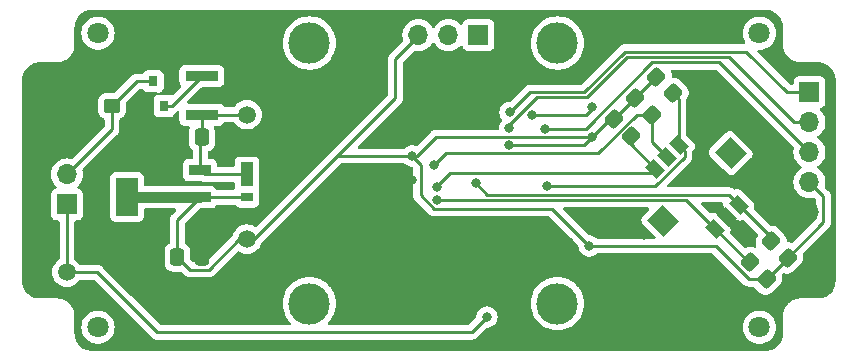
<source format=gbr>
%TF.GenerationSoftware,KiCad,Pcbnew,7.0.6*%
%TF.CreationDate,2024-01-24T15:29:16+09:00*%
%TF.ProjectId,EVO2_ICS_CARD,45564f32-5f49-4435-935f-434152442e6b,rev?*%
%TF.SameCoordinates,Original*%
%TF.FileFunction,Copper,L1,Top*%
%TF.FilePolarity,Positive*%
%FSLAX46Y46*%
G04 Gerber Fmt 4.6, Leading zero omitted, Abs format (unit mm)*
G04 Created by KiCad (PCBNEW 7.0.6) date 2024-01-24 15:29:16*
%MOMM*%
%LPD*%
G01*
G04 APERTURE LIST*
G04 Aperture macros list*
%AMRoundRect*
0 Rectangle with rounded corners*
0 $1 Rounding radius*
0 $2 $3 $4 $5 $6 $7 $8 $9 X,Y pos of 4 corners*
0 Add a 4 corners polygon primitive as box body*
4,1,4,$2,$3,$4,$5,$6,$7,$8,$9,$2,$3,0*
0 Add four circle primitives for the rounded corners*
1,1,$1+$1,$2,$3*
1,1,$1+$1,$4,$5*
1,1,$1+$1,$6,$7*
1,1,$1+$1,$8,$9*
0 Add four rect primitives between the rounded corners*
20,1,$1+$1,$2,$3,$4,$5,0*
20,1,$1+$1,$4,$5,$6,$7,0*
20,1,$1+$1,$6,$7,$8,$9,0*
20,1,$1+$1,$8,$9,$2,$3,0*%
%AMRotRect*
0 Rectangle, with rotation*
0 The origin of the aperture is its center*
0 $1 length*
0 $2 width*
0 $3 Rotation angle, in degrees counterclockwise*
0 Add horizontal line*
21,1,$1,$2,0,0,$3*%
G04 Aperture macros list end*
%TA.AperFunction,SMDPad,CuDef*%
%ADD10R,1.100000X2.000000*%
%TD*%
%TA.AperFunction,SMDPad,CuDef*%
%ADD11R,1.100000X0.800000*%
%TD*%
%TA.AperFunction,SMDPad,CuDef*%
%ADD12C,1.500000*%
%TD*%
%TA.AperFunction,SMDPad,CuDef*%
%ADD13RoundRect,0.250000X-0.337500X-0.475000X0.337500X-0.475000X0.337500X0.475000X-0.337500X0.475000X0*%
%TD*%
%TA.AperFunction,SMDPad,CuDef*%
%ADD14R,0.800000X0.900000*%
%TD*%
%TA.AperFunction,ComponentPad*%
%ADD15R,1.700000X1.700000*%
%TD*%
%TA.AperFunction,ComponentPad*%
%ADD16O,1.700000X1.700000*%
%TD*%
%TA.AperFunction,ComponentPad*%
%ADD17C,1.800000*%
%TD*%
%TA.AperFunction,SMDPad,CuDef*%
%ADD18R,1.850000X0.900000*%
%TD*%
%TA.AperFunction,SMDPad,CuDef*%
%ADD19R,1.850000X3.200000*%
%TD*%
%TA.AperFunction,SMDPad,CuDef*%
%ADD20RoundRect,0.250000X0.565685X0.070711X0.070711X0.565685X-0.565685X-0.070711X-0.070711X-0.565685X0*%
%TD*%
%TA.AperFunction,SMDPad,CuDef*%
%ADD21RoundRect,0.250000X-0.565685X-0.070711X-0.070711X-0.565685X0.565685X0.070711X0.070711X0.565685X0*%
%TD*%
%TA.AperFunction,SMDPad,CuDef*%
%ADD22R,2.810000X0.880000*%
%TD*%
%TA.AperFunction,ComponentPad*%
%ADD23C,3.500000*%
%TD*%
%TA.AperFunction,SMDPad,CuDef*%
%ADD24RotRect,1.000000X1.350000X45.000000*%
%TD*%
%TA.AperFunction,SMDPad,CuDef*%
%ADD25RotRect,1.800000X2.000000X45.000000*%
%TD*%
%TA.AperFunction,SMDPad,CuDef*%
%ADD26RoundRect,0.250000X0.450000X-0.350000X0.450000X0.350000X-0.450000X0.350000X-0.450000X-0.350000X0*%
%TD*%
%TA.AperFunction,SMDPad,CuDef*%
%ADD27RoundRect,0.250000X0.337500X0.475000X-0.337500X0.475000X-0.337500X-0.475000X0.337500X-0.475000X0*%
%TD*%
%TA.AperFunction,ViaPad*%
%ADD28C,0.800000*%
%TD*%
%TA.AperFunction,Conductor*%
%ADD29C,0.250000*%
%TD*%
%TA.AperFunction,Conductor*%
%ADD30C,0.900000*%
%TD*%
G04 APERTURE END LIST*
D10*
%TO.P,D2,1,K*%
%TO.N,VDD*%
X37465000Y-32370000D03*
D11*
%TO.P,D2,2,A*%
%TO.N,+3.3V*%
X37465000Y-34270000D03*
%TD*%
D12*
%TO.P,V33,1,1*%
%TO.N,+3.3V*%
X37465000Y-37846000D03*
%TD*%
D13*
%TO.P,C2,1*%
%TO.N,+3.3V*%
X31580000Y-39370000D03*
%TO.P,C2,2*%
%TO.N,GND*%
X33655000Y-39370000D03*
%TD*%
D14*
%TO.P,Q1,1,G*%
%TO.N,GND*%
X28575000Y-26575000D03*
%TO.P,Q1,2,S*%
%TO.N,Net-(Q1-S)*%
X30475000Y-26575000D03*
%TO.P,Q1,3,D*%
%TO.N,Net-(J1-Pin_2)*%
X29525000Y-24475000D03*
%TD*%
D15*
%TO.P,ICS,1,Pin_1*%
%TO.N,/RX*%
X22225000Y-34910000D03*
D16*
%TO.P,ICS,2,Pin_2*%
%TO.N,Net-(J1-Pin_2)*%
X22225000Y-32370000D03*
%TO.P,ICS,3,Pin_3*%
%TO.N,GND*%
X22225000Y-29830000D03*
%TD*%
D12*
%TO.P,COM,1,1*%
%TO.N,/RX*%
X22225000Y-40640000D03*
%TD*%
%TO.P,VDD,1,1*%
%TO.N,VDD*%
X37465000Y-27305000D03*
%TD*%
D17*
%TO.P,REF\u002A\u002A,1*%
%TO.N,N/C*%
X80860000Y-20410000D03*
%TD*%
D18*
%TO.P,IC1,1,ADJ/GND*%
%TO.N,GND*%
X33505000Y-36590000D03*
%TO.P,IC1,2,OUTPUT*%
%TO.N,+3.3V*%
X33505000Y-34290000D03*
%TO.P,IC1,3,INPUT*%
%TO.N,VDD*%
X33505000Y-31990000D03*
D19*
%TO.P,IC1,4,VOUT*%
%TO.N,+3.3V*%
X27305000Y-34290000D03*
%TD*%
D20*
%TO.P,R9,1*%
%TO.N,+3.3V*%
X81461055Y-41238159D03*
%TO.P,R9,2*%
%TO.N,/SW_DOWN*%
X80046841Y-39823945D03*
%TD*%
D21*
%TO.P,R5,1*%
%TO.N,+3.3V*%
X68544735Y-27686837D03*
%TO.P,R5,2*%
%TO.N,/SW_LEFT*%
X69958949Y-29101051D03*
%TD*%
D17*
%TO.P,REF\u002A\u002A,1*%
%TO.N,N/C*%
X80860000Y-45310000D03*
%TD*%
D15*
%TO.P,SWD,1,Pin_1*%
%TO.N,/SWCLK*%
X85090000Y-25400000D03*
D16*
%TO.P,SWD,2,Pin_2*%
%TO.N,/SWDIO*%
X85090000Y-27940000D03*
%TO.P,SWD,3,Pin_3*%
%TO.N,/NRST*%
X85090000Y-30480000D03*
%TO.P,SWD,4,Pin_4*%
%TO.N,+3.3V*%
X85090000Y-33020000D03*
%TO.P,SWD,5,Pin_5*%
%TO.N,GND*%
X85090000Y-35560000D03*
%TD*%
D22*
%TO.P,F1,1*%
%TO.N,Net-(Q1-S)*%
X33655000Y-24035000D03*
%TO.P,F1,2*%
%TO.N,VDD*%
X33655000Y-27305000D03*
%TD*%
D21*
%TO.P,R8,1*%
%TO.N,+3.3V*%
X72136837Y-24094735D03*
%TO.P,R8,2*%
%TO.N,/SW_UP*%
X73551051Y-25508949D03*
%TD*%
D17*
%TO.P,REF\u002A\u002A,1*%
%TO.N,N/C*%
X24860000Y-45310000D03*
%TD*%
D21*
%TO.P,R7,1*%
%TO.N,+3.3V*%
X70340786Y-25890786D03*
%TO.P,R7,2*%
%TO.N,/SW_PUSH*%
X71755000Y-27305000D03*
%TD*%
D23*
%TO.P,DISP,*%
%TO.N,*%
X63754000Y-21244000D03*
X42754000Y-21244000D03*
X63754000Y-43304000D03*
X42754000Y-43304000D03*
D16*
%TO.P,DISP,1,Pin_1*%
%TO.N,GND*%
X49444000Y-20574000D03*
%TO.P,DISP,2,Pin_2*%
%TO.N,+3.3V*%
X51984000Y-20574000D03*
%TO.P,DISP,3,Pin_3*%
%TO.N,/SCL*%
X54524000Y-20574000D03*
D15*
%TO.P,DISP,4,Pin_4*%
%TO.N,/SDA*%
X57064000Y-20574000D03*
%TD*%
D24*
%TO.P,S1,1,A*%
%TO.N,/SW_UP*%
X74044720Y-29879466D03*
%TO.P,S1,2,CENTER_PUSH*%
%TO.N,/SW_PUSH*%
X73037093Y-30887093D03*
%TO.P,S1,3,C*%
%TO.N,/SW_LEFT*%
X72029466Y-31894720D03*
%TO.P,S1,4,B*%
%TO.N,/SW_RIGHT*%
X79100534Y-34935280D03*
%TO.P,S1,5,COMMON*%
%TO.N,GND*%
X78092907Y-35942907D03*
%TO.P,S1,6,D*%
%TO.N,/SW_DOWN*%
X77085280Y-36950534D03*
D25*
%TO.P,S1,7*%
%TO.N,N/C*%
X72701218Y-36278782D03*
%TO.P,S1,8*%
X78428782Y-30551218D03*
%TD*%
D20*
%TO.P,R10,1*%
%TO.N,+3.3V*%
X83257107Y-39442107D03*
%TO.P,R10,2*%
%TO.N,/SW_RIGHT*%
X81842893Y-38027893D03*
%TD*%
D17*
%TO.P,REF\u002A\u002A,1*%
%TO.N,N/C*%
X24860000Y-20410000D03*
%TD*%
D26*
%TO.P,R1,1*%
%TO.N,Net-(J1-Pin_2)*%
X26035000Y-26575000D03*
%TO.P,R1,2*%
%TO.N,GND*%
X26035000Y-24575000D03*
%TD*%
D27*
%TO.P,C1,1*%
%TO.N,VDD*%
X33655000Y-29210000D03*
%TO.P,C1,2*%
%TO.N,GND*%
X31580000Y-29210000D03*
%TD*%
D12*
%TO.P,GND,1,1*%
%TO.N,GND*%
X22225000Y-25400000D03*
%TD*%
D28*
%TO.N,GND*%
X68513000Y-35885000D03*
X26670000Y-30480000D03*
X35560000Y-40640000D03*
X19685000Y-38100000D03*
X51435000Y-32880000D03*
X77470000Y-19685000D03*
X49276000Y-38354000D03*
X71120000Y-37465000D03*
X29845000Y-30480000D03*
X28575000Y-41275000D03*
X22225000Y-25400000D03*
X28575000Y-26575000D03*
X24765000Y-38735000D03*
X42418000Y-26670000D03*
X40640000Y-33782000D03*
X86360000Y-40640000D03*
X36195000Y-36195000D03*
X67945000Y-19685000D03*
X60960000Y-44450000D03*
X54102000Y-44196000D03*
X57150000Y-38100000D03*
X48260000Y-29464000D03*
X39370000Y-44450000D03*
X66040000Y-46355000D03*
X24130000Y-43180000D03*
X46228000Y-33020000D03*
X27305000Y-46355000D03*
X31580000Y-29210000D03*
X31115000Y-43815000D03*
X29845000Y-37465000D03*
X46990000Y-27305000D03*
X60325000Y-40640000D03*
X34544000Y-21590000D03*
X61595000Y-38100000D03*
X37846000Y-29972000D03*
X76200000Y-46355000D03*
X33782000Y-25654000D03*
X82550000Y-36195000D03*
X28575000Y-21590000D03*
X60960000Y-24130000D03*
X33655000Y-39370000D03*
X42926000Y-38608000D03*
X26035000Y-24575000D03*
X19685000Y-27305000D03*
X78740000Y-26035000D03*
X82550000Y-30480000D03*
X76200000Y-40005000D03*
X68580000Y-40005000D03*
X49530000Y-44450000D03*
X64770000Y-38100000D03*
X75565000Y-24130000D03*
X74422000Y-32766000D03*
X78092907Y-35942907D03*
%TO.N,+3.3V*%
X59690000Y-29845000D03*
X66438000Y-38425000D03*
X72136837Y-24094735D03*
X51435000Y-30805000D03*
X66675000Y-29210000D03*
%TO.N,/RX*%
X57780000Y-44450000D03*
%TO.N,Net-(IC2-PB9-BOOT0)*%
X61595000Y-27305000D03*
X66675000Y-26670000D03*
%TO.N,/NRST*%
X62708516Y-28485500D03*
%TO.N,/SW_UP*%
X62865000Y-33361290D03*
%TO.N,/SW_DOWN*%
X53594000Y-34535790D03*
%TO.N,/SW_LEFT*%
X53521696Y-33400304D03*
%TO.N,/SW_RIGHT*%
X56816405Y-33109266D03*
%TO.N,/SW_PUSH*%
X53340000Y-31529500D03*
%TO.N,/SWDIO*%
X59690000Y-28448000D03*
%TO.N,/SWCLK*%
X59739042Y-27111054D03*
%TD*%
D29*
%TO.N,VDD*%
X37465000Y-32370000D02*
X33885000Y-32370000D01*
X37465000Y-27305000D02*
X33655000Y-27305000D01*
X33655000Y-27305000D02*
X33655000Y-29210000D01*
X33885000Y-32370000D02*
X33505000Y-31990000D01*
X33505000Y-29360000D02*
X33505000Y-31990000D01*
%TO.N,GND*%
X33505000Y-39220000D02*
X33505000Y-36590000D01*
%TO.N,+3.3V*%
X81461055Y-41238159D02*
X79973159Y-41238159D01*
X31580000Y-39370000D02*
X31580000Y-36215000D01*
X63273790Y-35260790D02*
X53293695Y-35260790D01*
X33505000Y-34290000D02*
X37445000Y-34290000D01*
X53293695Y-35260790D02*
X52160000Y-34127095D01*
X86265000Y-34195000D02*
X86265000Y-36434214D01*
X34256000Y-40420000D02*
X36830000Y-37846000D01*
X38100000Y-37846000D02*
X37465000Y-37846000D01*
X53488000Y-29210000D02*
X51893000Y-30805000D01*
X51893000Y-30805000D02*
X51435000Y-30805000D01*
X66675000Y-29210000D02*
X66040000Y-29845000D01*
D30*
X27305000Y-34290000D02*
X33505000Y-34290000D01*
D29*
X52070000Y-20574000D02*
X50038000Y-22606000D01*
X36830000Y-37846000D02*
X37465000Y-37846000D01*
X52160000Y-31530000D02*
X51435000Y-30805000D01*
X66675000Y-29210000D02*
X68198163Y-27686837D01*
X77160000Y-38425000D02*
X66438000Y-38425000D01*
X79973159Y-41238159D02*
X77160000Y-38425000D01*
X31580000Y-36215000D02*
X33505000Y-34290000D01*
X66040000Y-29845000D02*
X59690000Y-29845000D01*
X81461055Y-41238159D02*
X83257107Y-39442107D01*
X66675000Y-29210000D02*
X53488000Y-29210000D01*
X50038000Y-25908000D02*
X38100000Y-37846000D01*
X32630000Y-40420000D02*
X34256000Y-40420000D01*
X31580000Y-39370000D02*
X32630000Y-40420000D01*
X52160000Y-34127095D02*
X52160000Y-31530000D01*
X66438000Y-38425000D02*
X63273790Y-35260790D01*
X85090000Y-33020000D02*
X86265000Y-34195000D01*
X45141000Y-30805000D02*
X44958000Y-30988000D01*
X72136837Y-24094735D02*
X70340786Y-25890786D01*
X51435000Y-30805000D02*
X45141000Y-30805000D01*
X86265000Y-36434214D02*
X83257107Y-39442107D01*
X50038000Y-22606000D02*
X50038000Y-25908000D01*
X70340786Y-25890786D02*
X68544735Y-27686837D01*
%TO.N,/RX*%
X24765000Y-40640000D02*
X22225000Y-40640000D01*
X22225000Y-34910000D02*
X22225000Y-40640000D01*
X29845000Y-45720000D02*
X24765000Y-40640000D01*
X57780000Y-44450000D02*
X56510000Y-45720000D01*
X56510000Y-45720000D02*
X29845000Y-45720000D01*
%TO.N,Net-(Q1-S)*%
X30475000Y-26575000D02*
X31115000Y-26575000D01*
X31115000Y-26575000D02*
X33655000Y-24035000D01*
%TO.N,Net-(IC2-PB9-BOOT0)*%
X66167000Y-27305000D02*
X66675000Y-26797000D01*
X61595000Y-27305000D02*
X66167000Y-27305000D01*
X66675000Y-26797000D02*
X66675000Y-26670000D01*
%TO.N,/NRST*%
X71755000Y-22860000D02*
X77470000Y-22860000D01*
X77470000Y-22860000D02*
X85090000Y-30480000D01*
X66129500Y-28485500D02*
X71755000Y-22860000D01*
X62708516Y-28485500D02*
X66129500Y-28485500D01*
%TO.N,/SW_UP*%
X72048710Y-33361290D02*
X74522017Y-30887983D01*
X62865000Y-33361290D02*
X72048710Y-33361290D01*
X74522017Y-30356763D02*
X74044720Y-29879466D01*
X74044720Y-26002618D02*
X74044720Y-29879466D01*
X74522017Y-30887983D02*
X74522017Y-30356763D01*
X73551051Y-25508949D02*
X74044720Y-26002618D01*
%TO.N,/SW_DOWN*%
X53594000Y-34535790D02*
X74670536Y-34535790D01*
X79958691Y-39823945D02*
X77085280Y-36950534D01*
X74670536Y-34535790D02*
X77085280Y-36950534D01*
%TO.N,/SW_LEFT*%
X53521696Y-33363384D02*
X54627080Y-32258000D01*
X54627080Y-32258000D02*
X71666186Y-32258000D01*
X71666186Y-32258000D02*
X72029466Y-31894720D01*
X69958949Y-29826949D02*
X69958949Y-29101051D01*
X72029466Y-31894720D02*
X72026720Y-31894720D01*
X53521696Y-33400304D02*
X53521696Y-33363384D01*
X72026720Y-31894720D02*
X69958949Y-29826949D01*
%TO.N,/SW_RIGHT*%
X57792929Y-34085790D02*
X78251044Y-34085790D01*
X78251044Y-34085790D02*
X79100534Y-34935280D01*
X81842893Y-37677639D02*
X79100534Y-34935280D01*
X56816405Y-33109266D02*
X57792929Y-34085790D01*
%TO.N,/SW_PUSH*%
X70446854Y-27305000D02*
X71755000Y-27305000D01*
X71755000Y-27305000D02*
X71755000Y-29605000D01*
X67181854Y-30570000D02*
X70446854Y-27305000D01*
X71755000Y-29605000D02*
X73037093Y-30887093D01*
X54299500Y-30570000D02*
X67181854Y-30570000D01*
X53340000Y-31529500D02*
X54299500Y-30570000D01*
%TO.N,/SWDIO*%
X69665000Y-22410000D02*
X78290000Y-22410000D01*
X59690000Y-28184695D02*
X62024695Y-25850000D01*
X78290000Y-22410000D02*
X83820000Y-27940000D01*
X59690000Y-28448000D02*
X59690000Y-28184695D01*
X66225000Y-25850000D02*
X69665000Y-22410000D01*
X83820000Y-27940000D02*
X85090000Y-27940000D01*
X62024695Y-25850000D02*
X66225000Y-25850000D01*
%TO.N,/SWCLK*%
X83185000Y-25400000D02*
X85090000Y-25400000D01*
X69478604Y-21960000D02*
X79745000Y-21960000D01*
X66038604Y-25400000D02*
X69478604Y-21960000D01*
X79745000Y-21960000D02*
X83185000Y-25400000D01*
X59739042Y-27111054D02*
X61450096Y-25400000D01*
X61450096Y-25400000D02*
X66038604Y-25400000D01*
%TO.N,Net-(J1-Pin_2)*%
X26035000Y-26575000D02*
X26035000Y-28560000D01*
X28135000Y-24475000D02*
X29525000Y-24475000D01*
X26035000Y-28560000D02*
X22225000Y-32370000D01*
X26035000Y-26575000D02*
X28135000Y-24475000D01*
%TD*%
%TA.AperFunction,Conductor*%
%TO.N,GND*%
G36*
X77709216Y-34730975D02*
G01*
X77754971Y-34783779D01*
X77764915Y-34817644D01*
X77784517Y-34953993D01*
X77844304Y-35084906D01*
X77844305Y-35084907D01*
X77844306Y-35084909D01*
X77881925Y-35131592D01*
X77881928Y-35131595D01*
X77881933Y-35131601D01*
X78904218Y-36153883D01*
X78904228Y-36153892D01*
X78950900Y-36191505D01*
X78950903Y-36191506D01*
X78950905Y-36191508D01*
X79081820Y-36251296D01*
X79224277Y-36271777D01*
X79224277Y-36271776D01*
X79224278Y-36271777D01*
X79366735Y-36251296D01*
X79401844Y-36235261D01*
X79471000Y-36225317D01*
X79534557Y-36254340D01*
X79541037Y-36260374D01*
X80709873Y-37429210D01*
X80743358Y-37490533D01*
X80738374Y-37560225D01*
X80712602Y-37600349D01*
X80712957Y-37600671D01*
X80713158Y-37600834D01*
X80713149Y-37600844D01*
X80713269Y-37600952D01*
X80711158Y-37603288D01*
X80645904Y-37683390D01*
X80567166Y-37840172D01*
X80526708Y-38010875D01*
X80526707Y-38010886D01*
X80526707Y-38186321D01*
X80526708Y-38186332D01*
X80567167Y-38357036D01*
X80592109Y-38406700D01*
X80604605Y-38475443D01*
X80577952Y-38540029D01*
X80520612Y-38579953D01*
X80450790Y-38582538D01*
X80425648Y-38573161D01*
X80375984Y-38548219D01*
X80205280Y-38507760D01*
X80205275Y-38507759D01*
X80205273Y-38507759D01*
X80029831Y-38507759D01*
X80029829Y-38507759D01*
X80029823Y-38507760D01*
X79859118Y-38548219D01*
X79745045Y-38605508D01*
X79676302Y-38618004D01*
X79611716Y-38591351D01*
X79601714Y-38582378D01*
X78410374Y-37391037D01*
X78376889Y-37329714D01*
X78381873Y-37260022D01*
X78385253Y-37251862D01*
X78401296Y-37216735D01*
X78421777Y-37074278D01*
X78401296Y-36931820D01*
X78379641Y-36884402D01*
X78341509Y-36800907D01*
X78341508Y-36800906D01*
X78341508Y-36800905D01*
X78303889Y-36754222D01*
X78303884Y-36754217D01*
X78303880Y-36754212D01*
X77281595Y-35731930D01*
X77281585Y-35731921D01*
X77234913Y-35694308D01*
X77234907Y-35694305D01*
X77103992Y-35634517D01*
X77103993Y-35634517D01*
X76961536Y-35614037D01*
X76819080Y-35634517D01*
X76819078Y-35634518D01*
X76783965Y-35650553D01*
X76714806Y-35660494D01*
X76651251Y-35631468D01*
X76644775Y-35625438D01*
X75942308Y-34922971D01*
X75908823Y-34861648D01*
X75913807Y-34791956D01*
X75955679Y-34736023D01*
X76021143Y-34711606D01*
X76029989Y-34711290D01*
X77642177Y-34711290D01*
X77709216Y-34730975D01*
G37*
%TD.AperFunction*%
%TA.AperFunction,Conductor*%
G36*
X77226587Y-23505185D02*
G01*
X77247229Y-23521819D01*
X83749761Y-30024352D01*
X83783246Y-30085675D01*
X83781855Y-30144124D01*
X83754937Y-30244589D01*
X83754937Y-30244590D01*
X83734341Y-30479999D01*
X83734341Y-30480000D01*
X83754936Y-30715403D01*
X83754938Y-30715413D01*
X83816094Y-30943655D01*
X83816096Y-30943659D01*
X83816097Y-30943663D01*
X83887179Y-31096098D01*
X83915965Y-31157830D01*
X83915967Y-31157834D01*
X84051501Y-31351395D01*
X84051506Y-31351402D01*
X84218597Y-31518493D01*
X84218603Y-31518498D01*
X84404158Y-31648425D01*
X84447783Y-31703002D01*
X84454977Y-31772500D01*
X84423454Y-31834855D01*
X84404158Y-31851575D01*
X84218597Y-31981505D01*
X84051505Y-32148597D01*
X83915965Y-32342169D01*
X83915964Y-32342171D01*
X83816098Y-32556335D01*
X83816094Y-32556344D01*
X83754938Y-32784586D01*
X83754936Y-32784596D01*
X83734341Y-33019999D01*
X83734341Y-33020000D01*
X83754936Y-33255403D01*
X83754938Y-33255413D01*
X83816094Y-33483655D01*
X83816096Y-33483659D01*
X83816097Y-33483663D01*
X83907208Y-33679051D01*
X83915965Y-33697830D01*
X83915967Y-33697834D01*
X84002996Y-33822123D01*
X84051505Y-33891401D01*
X84218599Y-34058495D01*
X84315384Y-34126264D01*
X84412165Y-34194032D01*
X84412167Y-34194033D01*
X84412170Y-34194035D01*
X84626337Y-34293903D01*
X84854592Y-34355063D01*
X85042918Y-34371539D01*
X85089999Y-34375659D01*
X85090000Y-34375659D01*
X85090001Y-34375659D01*
X85129234Y-34372226D01*
X85325408Y-34355063D01*
X85425875Y-34328143D01*
X85495721Y-34329806D01*
X85545647Y-34360238D01*
X85603181Y-34417773D01*
X85636665Y-34479096D01*
X85639499Y-34505453D01*
X85639500Y-36123761D01*
X85619815Y-36190800D01*
X85603181Y-36211442D01*
X83685300Y-38129322D01*
X83623977Y-38162807D01*
X83569022Y-38162298D01*
X83415546Y-38125922D01*
X83415541Y-38125921D01*
X83415539Y-38125921D01*
X83283079Y-38125921D01*
X83216040Y-38106236D01*
X83170285Y-38053432D01*
X83159079Y-38001921D01*
X83159079Y-37869464D01*
X83159079Y-37869461D01*
X83142497Y-37799500D01*
X83118619Y-37698751D01*
X83118618Y-37698749D01*
X83039881Y-37541968D01*
X83039877Y-37541963D01*
X83039876Y-37541961D01*
X82974633Y-37461871D01*
X82974632Y-37461870D01*
X82974624Y-37461860D01*
X82408926Y-36896164D01*
X82328818Y-36830905D01*
X82209474Y-36770969D01*
X82172034Y-36752166D01*
X82001332Y-36711708D01*
X82001327Y-36711707D01*
X82001325Y-36711707D01*
X81825883Y-36711707D01*
X81818661Y-36711707D01*
X81818660Y-36709891D01*
X81759029Y-36699696D01*
X81725834Y-36675989D01*
X80425628Y-35375783D01*
X80392143Y-35314460D01*
X80397127Y-35244768D01*
X80400507Y-35236608D01*
X80416550Y-35201481D01*
X80437031Y-35059024D01*
X80432505Y-35027546D01*
X80416550Y-34916566D01*
X80356763Y-34785653D01*
X80356762Y-34785652D01*
X80356762Y-34785651D01*
X80319143Y-34738968D01*
X80319138Y-34738963D01*
X80319134Y-34738958D01*
X79296849Y-33716676D01*
X79296839Y-33716667D01*
X79250167Y-33679054D01*
X79250161Y-33679051D01*
X79119246Y-33619263D01*
X79119247Y-33619263D01*
X78976790Y-33598783D01*
X78834334Y-33619263D01*
X78834332Y-33619264D01*
X78798978Y-33635409D01*
X78729819Y-33645350D01*
X78668978Y-33617563D01*
X78668594Y-33618059D01*
X78666491Y-33616427D01*
X78666264Y-33616324D01*
X78665525Y-33615678D01*
X78660030Y-33611415D01*
X78655605Y-33607637D01*
X78621626Y-33575728D01*
X78621624Y-33575726D01*
X78621621Y-33575725D01*
X78604073Y-33566078D01*
X78587807Y-33555394D01*
X78571980Y-33543117D01*
X78571979Y-33543116D01*
X78571977Y-33543115D01*
X78529212Y-33524608D01*
X78523966Y-33522038D01*
X78483137Y-33499593D01*
X78483136Y-33499592D01*
X78463737Y-33494612D01*
X78445325Y-33488308D01*
X78426942Y-33480352D01*
X78426936Y-33480350D01*
X78380918Y-33473062D01*
X78375196Y-33471877D01*
X78330065Y-33460290D01*
X78330063Y-33460290D01*
X78310028Y-33460290D01*
X78290630Y-33458763D01*
X78283206Y-33457587D01*
X78270849Y-33455630D01*
X78270848Y-33455630D01*
X78224460Y-33460015D01*
X78218622Y-33460290D01*
X73133662Y-33460290D01*
X73066623Y-33440605D01*
X73020868Y-33387801D01*
X73010924Y-33318643D01*
X73039949Y-33255087D01*
X73045981Y-33248609D01*
X73974494Y-32320096D01*
X74905805Y-31388784D01*
X74918059Y-31378969D01*
X74917876Y-31378747D01*
X74923883Y-31373775D01*
X74923894Y-31373769D01*
X74954792Y-31340865D01*
X74971244Y-31323347D01*
X74981688Y-31312901D01*
X74992137Y-31302454D01*
X74996396Y-31296961D01*
X75000169Y-31292544D01*
X75032079Y-31258565D01*
X75041730Y-31241007D01*
X75052413Y-31224744D01*
X75064690Y-31208919D01*
X75083202Y-31166136D01*
X75085755Y-31160924D01*
X75108214Y-31120075D01*
X75113197Y-31100663D01*
X75119498Y-31082263D01*
X75127454Y-31063879D01*
X75134746Y-31017835D01*
X75135923Y-31012154D01*
X75147517Y-30967002D01*
X75147517Y-30946966D01*
X75149044Y-30927565D01*
X75152177Y-30907787D01*
X75147792Y-30861398D01*
X75147517Y-30855560D01*
X75147517Y-30490437D01*
X75150433Y-30480507D01*
X76579633Y-30480507D01*
X76600113Y-30622964D01*
X76659900Y-30753877D01*
X76659901Y-30753878D01*
X76659902Y-30753880D01*
X76697521Y-30800563D01*
X76697524Y-30800566D01*
X76697529Y-30800572D01*
X77811310Y-31914351D01*
X78179437Y-32282478D01*
X78226120Y-32320098D01*
X78357035Y-32379886D01*
X78499492Y-32400367D01*
X78499492Y-32400366D01*
X78499493Y-32400367D01*
X78641950Y-32379886D01*
X78772866Y-32320098D01*
X78819548Y-32282479D01*
X80160042Y-30941984D01*
X80197662Y-30895302D01*
X80257450Y-30764386D01*
X80277931Y-30621929D01*
X80257450Y-30479471D01*
X80207370Y-30369814D01*
X80197663Y-30348558D01*
X80197662Y-30348557D01*
X80197662Y-30348556D01*
X80160043Y-30301873D01*
X80160038Y-30301868D01*
X80160034Y-30301863D01*
X78678134Y-28819965D01*
X78678127Y-28819958D01*
X78631444Y-28782338D01*
X78508072Y-28725995D01*
X78500527Y-28722549D01*
X78500528Y-28722549D01*
X78358071Y-28702069D01*
X78215615Y-28722549D01*
X78215611Y-28722550D01*
X78084700Y-28782336D01*
X78084695Y-28782339D01*
X78038020Y-28819953D01*
X78038013Y-28819959D01*
X76697525Y-30160448D01*
X76697516Y-30160458D01*
X76659901Y-30207133D01*
X76600114Y-30338047D01*
X76600113Y-30338051D01*
X76579633Y-30480507D01*
X75150433Y-30480507D01*
X75167202Y-30423398D01*
X75183831Y-30402760D01*
X75263327Y-30323265D01*
X75300948Y-30276583D01*
X75360736Y-30145667D01*
X75381217Y-30003210D01*
X75374971Y-29959768D01*
X75360736Y-29860752D01*
X75300949Y-29729839D01*
X75300948Y-29729838D01*
X75300948Y-29729837D01*
X75263329Y-29683154D01*
X75263324Y-29683149D01*
X75263320Y-29683144D01*
X74706538Y-29126364D01*
X74673053Y-29065041D01*
X74670219Y-29038683D01*
X74670219Y-27609814D01*
X74670219Y-26085345D01*
X74671945Y-26069741D01*
X74671658Y-26069714D01*
X74672392Y-26061952D01*
X74671865Y-26045185D01*
X74670348Y-25996903D01*
X74687917Y-25929280D01*
X74698145Y-25914698D01*
X74748039Y-25853453D01*
X74826776Y-25696672D01*
X74830443Y-25681203D01*
X74857475Y-25567146D01*
X74867237Y-25525959D01*
X74867237Y-25350517D01*
X74851127Y-25282544D01*
X74826777Y-25179807D01*
X74818118Y-25162565D01*
X74748039Y-25023024D01*
X74748035Y-25023019D01*
X74748034Y-25023017D01*
X74682791Y-24942927D01*
X74682790Y-24942926D01*
X74682782Y-24942916D01*
X74117084Y-24377220D01*
X74036976Y-24311961D01*
X73918940Y-24252682D01*
X73880192Y-24233222D01*
X73709490Y-24192764D01*
X73709485Y-24192763D01*
X73709483Y-24192763D01*
X73577023Y-24192763D01*
X73509984Y-24173078D01*
X73464229Y-24120274D01*
X73453023Y-24068763D01*
X73453023Y-23936306D01*
X73453023Y-23936303D01*
X73416609Y-23782664D01*
X73412563Y-23765594D01*
X73412562Y-23765592D01*
X73412562Y-23765591D01*
X73362118Y-23665147D01*
X73349623Y-23596408D01*
X73376276Y-23531821D01*
X73433615Y-23491897D01*
X73472930Y-23485500D01*
X77159548Y-23485500D01*
X77226587Y-23505185D01*
G37*
%TD.AperFunction*%
%TA.AperFunction,Conductor*%
G36*
X71464360Y-35180975D02*
G01*
X71510115Y-35233779D01*
X71520059Y-35302937D01*
X71491034Y-35366493D01*
X71485002Y-35372971D01*
X70969961Y-35888012D01*
X70969952Y-35888022D01*
X70932337Y-35934697D01*
X70872550Y-36065611D01*
X70872549Y-36065615D01*
X70852069Y-36208071D01*
X70872549Y-36350528D01*
X70932336Y-36481441D01*
X70932337Y-36481442D01*
X70932338Y-36481444D01*
X70969957Y-36528127D01*
X70969960Y-36528130D01*
X70969965Y-36528136D01*
X72029650Y-37587819D01*
X72063135Y-37649142D01*
X72058151Y-37718833D01*
X72016280Y-37774767D01*
X71950815Y-37799184D01*
X71941969Y-37799500D01*
X67141748Y-37799500D01*
X67074709Y-37779815D01*
X67049600Y-37758474D01*
X67043873Y-37752114D01*
X67043869Y-37752110D01*
X66890734Y-37640851D01*
X66890729Y-37640848D01*
X66717807Y-37563857D01*
X66717802Y-37563855D01*
X66572000Y-37532865D01*
X66532646Y-37524500D01*
X66532645Y-37524500D01*
X66473452Y-37524500D01*
X66406413Y-37504815D01*
X66385771Y-37488181D01*
X64270562Y-35372971D01*
X64237077Y-35311648D01*
X64242061Y-35241956D01*
X64283933Y-35186023D01*
X64349397Y-35161606D01*
X64358243Y-35161290D01*
X71397321Y-35161290D01*
X71464360Y-35180975D01*
G37*
%TD.AperFunction*%
%TA.AperFunction,Conductor*%
G36*
X81362207Y-18410657D02*
G01*
X81429755Y-18415489D01*
X81576644Y-18427049D01*
X81584947Y-18428274D01*
X81679760Y-18448899D01*
X81796225Y-18476860D01*
X81803401Y-18479051D01*
X81899737Y-18514983D01*
X81977922Y-18547368D01*
X82005856Y-18558939D01*
X82011847Y-18561805D01*
X82102937Y-18611543D01*
X82105580Y-18613073D01*
X82200903Y-18671488D01*
X82205643Y-18674705D01*
X82289440Y-18737435D01*
X82292520Y-18739898D01*
X82376937Y-18811997D01*
X82380513Y-18815303D01*
X82454695Y-18889485D01*
X82458001Y-18893061D01*
X82530094Y-18977471D01*
X82532570Y-18980567D01*
X82577232Y-19040228D01*
X82595289Y-19064349D01*
X82598517Y-19069106D01*
X82654432Y-19160349D01*
X82656910Y-19164393D01*
X82658463Y-19167076D01*
X82708193Y-19258151D01*
X82711059Y-19264141D01*
X82748392Y-19354270D01*
X82753438Y-19366452D01*
X82755016Y-19370260D01*
X82790942Y-19466582D01*
X82793140Y-19473781D01*
X82821098Y-19590231D01*
X82841723Y-19685044D01*
X82842950Y-19693367D01*
X82854517Y-19840331D01*
X82859342Y-19907789D01*
X82859500Y-19912213D01*
X82859500Y-21315082D01*
X82857105Y-21323236D01*
X82859309Y-21351235D01*
X82859500Y-21356102D01*
X82859500Y-21467319D01*
X82874071Y-21568665D01*
X82873380Y-21573467D01*
X82876151Y-21585009D01*
X82877232Y-21590657D01*
X82878980Y-21602803D01*
X82879420Y-21606767D01*
X82884390Y-21669908D01*
X82892054Y-21686610D01*
X82923758Y-21794583D01*
X82923758Y-21800215D01*
X82928168Y-21810862D01*
X82930378Y-21817126D01*
X82938168Y-21843658D01*
X82938966Y-21846651D01*
X82949041Y-21888614D01*
X82958447Y-21903079D01*
X83006060Y-22007337D01*
X83007038Y-22014139D01*
X83013424Y-22024561D01*
X83016961Y-22031205D01*
X83039894Y-22081422D01*
X83042463Y-22086791D01*
X83045915Y-22095126D01*
X83056494Y-22107115D01*
X83118982Y-22204349D01*
X83121281Y-22212180D01*
X83129586Y-22221904D01*
X83134601Y-22228653D01*
X83155719Y-22261513D01*
X83155729Y-22261525D01*
X83158979Y-22265275D01*
X83170994Y-22281689D01*
X83172873Y-22284755D01*
X83184015Y-22294169D01*
X83259962Y-22381817D01*
X83263863Y-22390359D01*
X83270250Y-22395814D01*
X83283434Y-22408904D01*
X83296276Y-22423725D01*
X83296277Y-22423726D01*
X83311096Y-22436567D01*
X83324183Y-22449747D01*
X83327103Y-22453165D01*
X83338181Y-22460036D01*
X83425829Y-22535983D01*
X83431526Y-22544848D01*
X83438311Y-22549006D01*
X83454717Y-22561015D01*
X83458482Y-22564277D01*
X83458487Y-22564281D01*
X83487057Y-22582641D01*
X83491341Y-22585395D01*
X83498096Y-22590413D01*
X83505222Y-22596500D01*
X83515646Y-22601014D01*
X83612884Y-22663505D01*
X83620469Y-22672258D01*
X83633210Y-22677536D01*
X83638631Y-22680130D01*
X83688795Y-22703039D01*
X83695440Y-22706576D01*
X83703393Y-22711449D01*
X83712661Y-22713938D01*
X83816919Y-22761551D01*
X83826392Y-22769759D01*
X83873341Y-22781031D01*
X83876303Y-22781820D01*
X83900908Y-22789045D01*
X83902880Y-22789624D01*
X83909143Y-22791833D01*
X83917579Y-22795327D01*
X83925409Y-22796239D01*
X84033383Y-22827943D01*
X84044644Y-22835180D01*
X84113222Y-22840578D01*
X84117170Y-22841016D01*
X84121800Y-22841681D01*
X84129348Y-22842768D01*
X84134998Y-22843850D01*
X84144521Y-22846136D01*
X84151332Y-22845928D01*
X84252682Y-22860500D01*
X84359901Y-22860500D01*
X84363910Y-22860500D01*
X84368777Y-22860691D01*
X84393121Y-22862606D01*
X84404917Y-22860500D01*
X85807787Y-22860500D01*
X85812207Y-22860657D01*
X85879755Y-22865489D01*
X86026644Y-22877049D01*
X86034947Y-22878274D01*
X86129760Y-22898899D01*
X86246225Y-22926860D01*
X86253401Y-22929051D01*
X86349737Y-22964983D01*
X86427922Y-22997368D01*
X86455856Y-23008939D01*
X86461847Y-23011805D01*
X86552937Y-23061543D01*
X86555580Y-23063073D01*
X86650903Y-23121488D01*
X86655643Y-23124705D01*
X86739440Y-23187435D01*
X86742520Y-23189898D01*
X86798202Y-23237455D01*
X86826937Y-23261997D01*
X86830513Y-23265303D01*
X86904695Y-23339485D01*
X86908001Y-23343061D01*
X86980094Y-23427471D01*
X86982576Y-23430574D01*
X87045289Y-23514349D01*
X87048517Y-23519106D01*
X87065687Y-23547123D01*
X87106910Y-23614393D01*
X87108463Y-23617076D01*
X87158193Y-23708151D01*
X87161059Y-23714141D01*
X87205014Y-23820256D01*
X87216416Y-23850826D01*
X87240942Y-23916582D01*
X87243140Y-23923781D01*
X87271098Y-24040231D01*
X87291723Y-24135044D01*
X87292950Y-24143367D01*
X87304517Y-24290331D01*
X87309342Y-24357789D01*
X87309500Y-24362213D01*
X87309500Y-41357786D01*
X87309342Y-41362210D01*
X87304517Y-41429668D01*
X87292950Y-41576632D01*
X87291723Y-41584955D01*
X87271101Y-41679755D01*
X87243140Y-41796217D01*
X87240942Y-41803416D01*
X87205016Y-41899739D01*
X87161059Y-42005857D01*
X87158193Y-42011847D01*
X87108463Y-42102922D01*
X87106910Y-42105605D01*
X87048521Y-42200887D01*
X87045289Y-42205649D01*
X86982576Y-42289424D01*
X86980087Y-42292536D01*
X86908001Y-42376937D01*
X86904695Y-42380513D01*
X86830513Y-42454695D01*
X86826937Y-42458001D01*
X86742536Y-42530087D01*
X86739424Y-42532576D01*
X86655649Y-42595289D01*
X86650887Y-42598521D01*
X86555605Y-42656910D01*
X86552922Y-42658463D01*
X86461847Y-42708193D01*
X86455857Y-42711059D01*
X86349739Y-42755016D01*
X86253416Y-42790942D01*
X86246217Y-42793140D01*
X86129755Y-42821101D01*
X86034955Y-42841723D01*
X86026632Y-42842950D01*
X85879668Y-42854517D01*
X85839473Y-42857392D01*
X85812208Y-42859342D01*
X85807786Y-42859500D01*
X84404916Y-42859500D01*
X84396761Y-42857105D01*
X84368763Y-42859309D01*
X84363896Y-42859500D01*
X84252680Y-42859500D01*
X84151333Y-42874071D01*
X84146528Y-42873380D01*
X84134981Y-42876152D01*
X84129329Y-42877234D01*
X84117200Y-42878978D01*
X84113241Y-42879418D01*
X84050098Y-42884388D01*
X84033391Y-42892054D01*
X83950558Y-42916376D01*
X83933995Y-42921240D01*
X83925416Y-42923759D01*
X83919785Y-42923759D01*
X83909140Y-42928168D01*
X83902876Y-42930377D01*
X83876357Y-42938163D01*
X83873365Y-42938961D01*
X83831389Y-42949039D01*
X83816920Y-42958447D01*
X83712662Y-43006060D01*
X83705857Y-43007038D01*
X83695431Y-43013427D01*
X83688789Y-43016962D01*
X83638617Y-43039875D01*
X83633181Y-43042473D01*
X83624879Y-43045911D01*
X83612885Y-43056493D01*
X83515649Y-43118983D01*
X83507815Y-43121283D01*
X83498089Y-43129590D01*
X83491338Y-43134606D01*
X83458485Y-43155719D01*
X83458481Y-43155723D01*
X83454725Y-43158978D01*
X83438317Y-43170989D01*
X83435247Y-43172870D01*
X83425831Y-43184015D01*
X83338182Y-43259963D01*
X83329635Y-43263866D01*
X83324174Y-43270260D01*
X83311092Y-43283436D01*
X83296275Y-43296275D01*
X83283436Y-43311092D01*
X83270260Y-43324174D01*
X83266838Y-43327096D01*
X83259963Y-43338182D01*
X83184015Y-43425831D01*
X83175148Y-43431528D01*
X83170989Y-43438317D01*
X83158978Y-43454725D01*
X83155723Y-43458481D01*
X83155719Y-43458485D01*
X83134606Y-43491338D01*
X83129590Y-43498089D01*
X83123500Y-43505219D01*
X83118983Y-43515649D01*
X83056493Y-43612885D01*
X83047738Y-43620471D01*
X83042473Y-43633181D01*
X83039875Y-43638617D01*
X83016962Y-43688789D01*
X83013427Y-43695431D01*
X83008552Y-43703386D01*
X83006061Y-43712662D01*
X82958448Y-43816922D01*
X82950237Y-43826397D01*
X82938961Y-43873366D01*
X82938163Y-43876359D01*
X82930377Y-43902877D01*
X82928167Y-43909140D01*
X82924672Y-43917578D01*
X82923759Y-43925416D01*
X82892054Y-44033391D01*
X82884817Y-44044650D01*
X82879420Y-44113232D01*
X82878980Y-44117189D01*
X82877232Y-44129349D01*
X82876150Y-44135003D01*
X82873866Y-44144516D01*
X82874073Y-44151321D01*
X82859500Y-44252680D01*
X82859500Y-44363914D01*
X82859309Y-44368780D01*
X82857392Y-44393127D01*
X82859500Y-44404924D01*
X82859500Y-45807786D01*
X82859342Y-45812210D01*
X82854517Y-45879668D01*
X82842950Y-46026632D01*
X82841723Y-46034955D01*
X82821101Y-46129755D01*
X82793140Y-46246217D01*
X82790942Y-46253416D01*
X82755016Y-46349739D01*
X82711059Y-46455857D01*
X82708193Y-46461847D01*
X82658463Y-46552922D01*
X82656910Y-46555605D01*
X82598521Y-46650887D01*
X82595289Y-46655649D01*
X82532576Y-46739424D01*
X82530087Y-46742536D01*
X82458001Y-46826937D01*
X82454695Y-46830513D01*
X82380513Y-46904695D01*
X82376937Y-46908001D01*
X82292536Y-46980087D01*
X82289424Y-46982576D01*
X82205649Y-47045289D01*
X82200887Y-47048521D01*
X82105605Y-47106910D01*
X82102922Y-47108463D01*
X82011847Y-47158193D01*
X82005857Y-47161059D01*
X81899739Y-47205016D01*
X81803416Y-47240942D01*
X81796217Y-47243140D01*
X81679755Y-47271101D01*
X81584955Y-47291723D01*
X81576632Y-47292950D01*
X81429668Y-47304517D01*
X81381555Y-47307958D01*
X81362208Y-47309342D01*
X81357786Y-47309500D01*
X24362214Y-47309500D01*
X24357791Y-47309342D01*
X24329525Y-47307320D01*
X24290331Y-47304517D01*
X24143366Y-47292950D01*
X24135043Y-47291723D01*
X24040244Y-47271101D01*
X23923781Y-47243140D01*
X23916582Y-47240942D01*
X23820260Y-47205016D01*
X23714141Y-47161059D01*
X23708151Y-47158193D01*
X23617076Y-47108463D01*
X23614393Y-47106910D01*
X23519106Y-47048517D01*
X23514349Y-47045289D01*
X23430574Y-46982576D01*
X23427471Y-46980094D01*
X23343061Y-46908001D01*
X23339485Y-46904695D01*
X23265303Y-46830513D01*
X23261997Y-46826937D01*
X23189898Y-46742520D01*
X23187435Y-46739440D01*
X23124705Y-46655643D01*
X23121488Y-46650903D01*
X23063073Y-46555580D01*
X23061535Y-46552922D01*
X23011805Y-46461847D01*
X23008939Y-46455856D01*
X22997368Y-46427922D01*
X22964983Y-46349737D01*
X22929051Y-46253401D01*
X22926860Y-46246225D01*
X22898899Y-46129760D01*
X22878274Y-46034947D01*
X22877049Y-46026644D01*
X22865489Y-45879755D01*
X22860657Y-45812207D01*
X22860500Y-45807787D01*
X22860500Y-45310006D01*
X23454700Y-45310006D01*
X23473864Y-45541297D01*
X23473866Y-45541308D01*
X23530842Y-45766300D01*
X23624075Y-45978848D01*
X23751016Y-46173147D01*
X23751019Y-46173151D01*
X23751021Y-46173153D01*
X23908216Y-46343913D01*
X23908219Y-46343915D01*
X23908222Y-46343918D01*
X24091365Y-46486464D01*
X24091371Y-46486468D01*
X24091374Y-46486470D01*
X24295497Y-46596936D01*
X24364693Y-46620691D01*
X24515015Y-46672297D01*
X24515017Y-46672297D01*
X24515019Y-46672298D01*
X24743951Y-46710500D01*
X24743952Y-46710500D01*
X24976048Y-46710500D01*
X24976049Y-46710500D01*
X25204981Y-46672298D01*
X25424503Y-46596936D01*
X25628626Y-46486470D01*
X25811784Y-46343913D01*
X25968979Y-46173153D01*
X26095924Y-45978849D01*
X26189157Y-45766300D01*
X26246134Y-45541305D01*
X26246135Y-45541297D01*
X26265300Y-45310006D01*
X26265300Y-45309993D01*
X26246135Y-45078702D01*
X26246133Y-45078691D01*
X26189157Y-44853699D01*
X26095924Y-44641151D01*
X25968983Y-44446852D01*
X25968980Y-44446849D01*
X25968979Y-44446847D01*
X25811784Y-44276087D01*
X25811779Y-44276083D01*
X25811777Y-44276081D01*
X25628634Y-44133535D01*
X25628628Y-44133531D01*
X25424504Y-44023064D01*
X25424495Y-44023061D01*
X25204984Y-43947702D01*
X25024458Y-43917578D01*
X24976049Y-43909500D01*
X24743951Y-43909500D01*
X24698164Y-43917140D01*
X24515015Y-43947702D01*
X24295504Y-44023061D01*
X24295495Y-44023064D01*
X24091371Y-44133531D01*
X24091365Y-44133535D01*
X23908222Y-44276081D01*
X23908219Y-44276084D01*
X23751016Y-44446852D01*
X23624075Y-44641151D01*
X23530842Y-44853699D01*
X23473866Y-45078691D01*
X23473864Y-45078702D01*
X23454700Y-45309993D01*
X23454700Y-45310006D01*
X22860500Y-45310006D01*
X22860500Y-44404917D01*
X22862893Y-44396764D01*
X22860691Y-44368775D01*
X22860500Y-44363909D01*
X22860500Y-44252683D01*
X22848192Y-44167080D01*
X22845926Y-44151319D01*
X22846616Y-44146520D01*
X22843850Y-44134998D01*
X22842768Y-44129349D01*
X22841867Y-44123087D01*
X22841015Y-44117166D01*
X22840578Y-44113223D01*
X22835609Y-44050089D01*
X22827943Y-44033383D01*
X22824912Y-44023061D01*
X22796240Y-43925412D01*
X22796240Y-43919782D01*
X22791833Y-43909143D01*
X22789624Y-43902880D01*
X22785171Y-43887716D01*
X22781820Y-43876303D01*
X22781031Y-43873341D01*
X22770958Y-43831385D01*
X22761550Y-43816918D01*
X22743371Y-43777112D01*
X22713938Y-43712661D01*
X22712959Y-43705857D01*
X22706576Y-43695440D01*
X22703039Y-43688795D01*
X22680130Y-43638631D01*
X22677536Y-43633210D01*
X22674084Y-43624876D01*
X22663506Y-43612885D01*
X22601015Y-43515647D01*
X22598716Y-43507817D01*
X22590413Y-43498096D01*
X22585395Y-43491341D01*
X22582641Y-43487057D01*
X22564281Y-43458487D01*
X22564276Y-43458481D01*
X22561015Y-43454717D01*
X22549006Y-43438311D01*
X22547127Y-43435245D01*
X22535983Y-43425829D01*
X22460036Y-43338181D01*
X22456134Y-43329638D01*
X22449747Y-43324183D01*
X22436567Y-43311096D01*
X22423726Y-43296277D01*
X22423725Y-43296276D01*
X22408904Y-43283434D01*
X22395814Y-43270250D01*
X22392898Y-43266836D01*
X22381817Y-43259962D01*
X22294169Y-43184015D01*
X22288472Y-43175150D01*
X22281689Y-43170994D01*
X22265275Y-43158979D01*
X22261517Y-43155723D01*
X22261513Y-43155719D01*
X22228653Y-43134601D01*
X22221904Y-43129586D01*
X22214780Y-43123502D01*
X22204349Y-43118982D01*
X22107115Y-43056494D01*
X22099529Y-43047739D01*
X22086791Y-43042463D01*
X22081422Y-43039894D01*
X22031205Y-43016961D01*
X22024561Y-43013424D01*
X22016607Y-43008550D01*
X22007337Y-43006060D01*
X21903079Y-42958447D01*
X21893607Y-42950240D01*
X21846651Y-42938966D01*
X21843658Y-42938168D01*
X21825503Y-42932837D01*
X21817123Y-42930376D01*
X21810862Y-42928168D01*
X21802423Y-42924672D01*
X21794583Y-42923758D01*
X21686610Y-42892054D01*
X21675351Y-42884818D01*
X21606767Y-42879420D01*
X21602805Y-42878980D01*
X21602091Y-42878877D01*
X21590657Y-42877232D01*
X21585009Y-42876151D01*
X21575482Y-42873864D01*
X21568665Y-42874071D01*
X21467319Y-42859500D01*
X21467318Y-42859500D01*
X21360099Y-42859500D01*
X21356102Y-42859500D01*
X21351235Y-42859309D01*
X21326881Y-42857392D01*
X21315083Y-42859500D01*
X19912214Y-42859500D01*
X19907791Y-42859342D01*
X19876514Y-42857105D01*
X19840331Y-42854517D01*
X19693366Y-42842950D01*
X19685043Y-42841723D01*
X19590244Y-42821101D01*
X19473781Y-42793140D01*
X19466582Y-42790942D01*
X19370260Y-42755016D01*
X19264141Y-42711059D01*
X19258151Y-42708193D01*
X19167076Y-42658463D01*
X19164393Y-42656910D01*
X19069106Y-42598517D01*
X19064349Y-42595289D01*
X19009654Y-42554345D01*
X18980567Y-42532570D01*
X18977471Y-42530094D01*
X18893061Y-42458001D01*
X18889485Y-42454695D01*
X18815303Y-42380513D01*
X18811997Y-42376937D01*
X18805979Y-42369891D01*
X18739898Y-42292520D01*
X18737435Y-42289440D01*
X18674705Y-42205643D01*
X18671488Y-42200903D01*
X18613073Y-42105580D01*
X18611535Y-42102922D01*
X18561805Y-42011847D01*
X18558939Y-42005856D01*
X18527949Y-41931041D01*
X18514983Y-41899737D01*
X18479051Y-41803401D01*
X18476860Y-41796225D01*
X18448899Y-41679760D01*
X18428274Y-41584947D01*
X18427049Y-41576644D01*
X18415489Y-41429755D01*
X18410657Y-41362207D01*
X18410500Y-41357787D01*
X18410500Y-32370000D01*
X20869341Y-32370000D01*
X20889936Y-32605403D01*
X20889938Y-32605413D01*
X20951094Y-32833655D01*
X20951096Y-32833659D01*
X20951097Y-32833663D01*
X21020606Y-32982725D01*
X21050965Y-33047830D01*
X21050967Y-33047834D01*
X21138631Y-33173030D01*
X21186501Y-33241396D01*
X21186506Y-33241402D01*
X21308430Y-33363326D01*
X21341915Y-33424649D01*
X21336931Y-33494341D01*
X21295059Y-33550274D01*
X21264083Y-33567189D01*
X21132669Y-33616203D01*
X21132664Y-33616206D01*
X21017455Y-33702452D01*
X21017452Y-33702455D01*
X20931206Y-33817664D01*
X20931202Y-33817671D01*
X20880908Y-33952517D01*
X20876353Y-33994888D01*
X20874501Y-34012123D01*
X20874500Y-34012135D01*
X20874500Y-35807870D01*
X20874501Y-35807876D01*
X20880908Y-35867483D01*
X20931202Y-36002328D01*
X20931206Y-36002335D01*
X21017452Y-36117544D01*
X21017455Y-36117547D01*
X21132664Y-36203793D01*
X21132671Y-36203797D01*
X21153169Y-36211442D01*
X21267517Y-36254091D01*
X21327127Y-36260500D01*
X21475499Y-36260499D01*
X21542538Y-36280183D01*
X21588293Y-36332987D01*
X21599499Y-36384499D01*
X21599500Y-39486850D01*
X21579815Y-39553889D01*
X21546623Y-39588425D01*
X21418121Y-39678402D01*
X21263402Y-39833121D01*
X21137900Y-40012357D01*
X21137898Y-40012361D01*
X21045426Y-40210668D01*
X21045422Y-40210677D01*
X20988793Y-40422020D01*
X20988793Y-40422024D01*
X20969803Y-40639089D01*
X20969723Y-40640000D01*
X20984592Y-40809963D01*
X20988793Y-40857975D01*
X20988793Y-40857979D01*
X21045422Y-41069322D01*
X21045424Y-41069326D01*
X21045425Y-41069330D01*
X21091661Y-41168484D01*
X21137897Y-41267638D01*
X21150184Y-41285185D01*
X21263402Y-41446877D01*
X21418123Y-41601598D01*
X21597361Y-41727102D01*
X21795670Y-41819575D01*
X22007023Y-41876207D01*
X22189926Y-41892208D01*
X22224998Y-41895277D01*
X22225000Y-41895277D01*
X22225002Y-41895277D01*
X22253254Y-41892805D01*
X22442977Y-41876207D01*
X22654330Y-41819575D01*
X22852639Y-41727102D01*
X23031877Y-41601598D01*
X23186598Y-41446877D01*
X23276575Y-41318375D01*
X23331151Y-41274752D01*
X23378149Y-41265500D01*
X24454548Y-41265500D01*
X24521587Y-41285185D01*
X24542228Y-41301818D01*
X26943795Y-43703386D01*
X29344197Y-46103788D01*
X29354022Y-46116051D01*
X29354243Y-46115869D01*
X29359214Y-46121878D01*
X29380043Y-46141437D01*
X29409635Y-46169226D01*
X29430529Y-46190120D01*
X29436011Y-46194373D01*
X29440443Y-46198157D01*
X29474418Y-46230062D01*
X29491976Y-46239714D01*
X29508233Y-46250393D01*
X29524064Y-46262673D01*
X29543737Y-46271186D01*
X29566833Y-46281182D01*
X29572077Y-46283750D01*
X29612908Y-46306197D01*
X29625523Y-46309435D01*
X29632305Y-46311177D01*
X29650719Y-46317481D01*
X29669104Y-46325438D01*
X29715157Y-46332732D01*
X29720826Y-46333906D01*
X29765981Y-46345500D01*
X29786016Y-46345500D01*
X29805413Y-46347026D01*
X29825196Y-46350160D01*
X29871583Y-46345775D01*
X29877422Y-46345500D01*
X56427257Y-46345500D01*
X56442877Y-46347224D01*
X56442904Y-46346939D01*
X56450660Y-46347671D01*
X56450667Y-46347673D01*
X56519814Y-46345500D01*
X56549350Y-46345500D01*
X56556228Y-46344630D01*
X56562041Y-46344172D01*
X56608627Y-46342709D01*
X56627869Y-46337117D01*
X56646912Y-46333174D01*
X56666792Y-46330664D01*
X56710122Y-46313507D01*
X56715646Y-46311617D01*
X56719396Y-46310527D01*
X56760390Y-46298618D01*
X56777629Y-46288422D01*
X56795103Y-46279862D01*
X56813727Y-46272488D01*
X56813727Y-46272487D01*
X56813732Y-46272486D01*
X56851449Y-46245082D01*
X56856305Y-46241892D01*
X56896420Y-46218170D01*
X56910589Y-46203999D01*
X56925379Y-46191368D01*
X56941587Y-46179594D01*
X56971299Y-46143676D01*
X56975212Y-46139376D01*
X57727771Y-45386819D01*
X57789095Y-45353334D01*
X57815453Y-45350500D01*
X57874644Y-45350500D01*
X57874646Y-45350500D01*
X58059803Y-45311144D01*
X58232730Y-45234151D01*
X58385871Y-45122888D01*
X58512533Y-44982216D01*
X58607179Y-44818284D01*
X58665674Y-44638256D01*
X58685460Y-44450000D01*
X58665674Y-44261744D01*
X58607179Y-44081716D01*
X58512533Y-43917784D01*
X58385871Y-43777112D01*
X58385870Y-43777111D01*
X58232734Y-43665851D01*
X58232729Y-43665848D01*
X58059807Y-43588857D01*
X58059802Y-43588855D01*
X57914000Y-43557865D01*
X57874646Y-43549500D01*
X57685354Y-43549500D01*
X57652897Y-43556398D01*
X57500197Y-43588855D01*
X57500192Y-43588857D01*
X57327270Y-43665848D01*
X57327265Y-43665851D01*
X57174129Y-43777111D01*
X57047466Y-43917785D01*
X56952821Y-44081715D01*
X56952818Y-44081722D01*
X56925085Y-44167077D01*
X56894326Y-44261744D01*
X56880135Y-44396764D01*
X56876679Y-44429649D01*
X56850094Y-44494263D01*
X56841039Y-44504368D01*
X56287228Y-45058181D01*
X56225905Y-45091666D01*
X56199547Y-45094500D01*
X44450771Y-45094500D01*
X44383732Y-45074815D01*
X44337977Y-45022011D01*
X44328033Y-44952853D01*
X44357058Y-44889297D01*
X44357543Y-44888741D01*
X44419338Y-44818277D01*
X44543273Y-44676957D01*
X44707172Y-44431665D01*
X44837652Y-44167077D01*
X44932481Y-43887722D01*
X44990034Y-43598380D01*
X44999203Y-43458487D01*
X45009329Y-43304007D01*
X61498671Y-43304007D01*
X61517964Y-43598363D01*
X61517965Y-43598373D01*
X61517966Y-43598380D01*
X61572663Y-43873366D01*
X61575518Y-43887716D01*
X61575521Y-43887730D01*
X61670349Y-44167080D01*
X61800825Y-44431660D01*
X61800829Y-44431667D01*
X61964725Y-44676955D01*
X62159241Y-44898758D01*
X62381043Y-45093273D01*
X62626335Y-45257172D01*
X62890923Y-45387652D01*
X63170278Y-45482481D01*
X63459620Y-45540034D01*
X63479057Y-45541308D01*
X63753993Y-45559329D01*
X63754000Y-45559329D01*
X63754007Y-45559329D01*
X63989675Y-45543881D01*
X64048380Y-45540034D01*
X64337722Y-45482481D01*
X64617077Y-45387652D01*
X64774528Y-45310006D01*
X79454700Y-45310006D01*
X79473864Y-45541297D01*
X79473866Y-45541308D01*
X79530842Y-45766300D01*
X79624075Y-45978848D01*
X79751016Y-46173147D01*
X79751019Y-46173151D01*
X79751021Y-46173153D01*
X79908216Y-46343913D01*
X79908219Y-46343915D01*
X79908222Y-46343918D01*
X80091365Y-46486464D01*
X80091371Y-46486468D01*
X80091374Y-46486470D01*
X80295497Y-46596936D01*
X80364693Y-46620691D01*
X80515015Y-46672297D01*
X80515017Y-46672297D01*
X80515019Y-46672298D01*
X80743951Y-46710500D01*
X80743952Y-46710500D01*
X80976048Y-46710500D01*
X80976049Y-46710500D01*
X81204981Y-46672298D01*
X81424503Y-46596936D01*
X81628626Y-46486470D01*
X81811784Y-46343913D01*
X81968979Y-46173153D01*
X82095924Y-45978849D01*
X82189157Y-45766300D01*
X82246134Y-45541305D01*
X82246135Y-45541297D01*
X82265300Y-45310006D01*
X82265300Y-45309993D01*
X82246135Y-45078702D01*
X82246133Y-45078691D01*
X82189157Y-44853699D01*
X82095924Y-44641151D01*
X81968983Y-44446852D01*
X81968980Y-44446849D01*
X81968979Y-44446847D01*
X81811784Y-44276087D01*
X81811779Y-44276083D01*
X81811777Y-44276081D01*
X81628634Y-44133535D01*
X81628628Y-44133531D01*
X81424504Y-44023064D01*
X81424495Y-44023061D01*
X81204984Y-43947702D01*
X81024458Y-43917578D01*
X80976049Y-43909500D01*
X80743951Y-43909500D01*
X80698164Y-43917140D01*
X80515015Y-43947702D01*
X80295504Y-44023061D01*
X80295495Y-44023064D01*
X80091371Y-44133531D01*
X80091365Y-44133535D01*
X79908222Y-44276081D01*
X79908219Y-44276084D01*
X79751016Y-44446852D01*
X79624075Y-44641151D01*
X79530842Y-44853699D01*
X79473866Y-45078691D01*
X79473864Y-45078702D01*
X79454700Y-45309993D01*
X79454700Y-45310006D01*
X64774528Y-45310006D01*
X64881665Y-45257172D01*
X65126957Y-45093273D01*
X65348758Y-44898758D01*
X65543273Y-44676957D01*
X65707172Y-44431665D01*
X65837652Y-44167077D01*
X65932481Y-43887722D01*
X65990034Y-43598380D01*
X65999203Y-43458487D01*
X66009329Y-43304007D01*
X66009329Y-43303992D01*
X65990515Y-43016961D01*
X65990034Y-43009620D01*
X65932481Y-42720278D01*
X65837652Y-42440923D01*
X65707172Y-42176336D01*
X65658118Y-42102922D01*
X65593261Y-42005856D01*
X65543273Y-41931043D01*
X65488265Y-41868319D01*
X65348758Y-41709241D01*
X65126955Y-41514725D01*
X64881667Y-41350829D01*
X64881660Y-41350825D01*
X64617080Y-41220349D01*
X64337730Y-41125521D01*
X64337724Y-41125519D01*
X64337722Y-41125519D01*
X64048380Y-41067966D01*
X64048373Y-41067965D01*
X64048363Y-41067964D01*
X63754007Y-41048671D01*
X63753993Y-41048671D01*
X63459636Y-41067964D01*
X63459624Y-41067965D01*
X63459620Y-41067966D01*
X63459612Y-41067967D01*
X63459609Y-41067968D01*
X63170283Y-41125518D01*
X63170269Y-41125521D01*
X62890919Y-41220349D01*
X62626334Y-41350828D01*
X62381041Y-41514728D01*
X62159241Y-41709241D01*
X61964728Y-41931041D01*
X61800828Y-42176334D01*
X61670349Y-42440919D01*
X61575521Y-42720269D01*
X61575518Y-42720283D01*
X61517968Y-43009609D01*
X61517964Y-43009636D01*
X61498671Y-43303992D01*
X61498671Y-43304007D01*
X45009329Y-43304007D01*
X45009329Y-43303992D01*
X44990515Y-43016961D01*
X44990034Y-43009620D01*
X44932481Y-42720278D01*
X44837652Y-42440923D01*
X44707172Y-42176336D01*
X44658118Y-42102922D01*
X44593261Y-42005856D01*
X44543273Y-41931043D01*
X44488265Y-41868319D01*
X44348758Y-41709241D01*
X44126955Y-41514725D01*
X43881667Y-41350829D01*
X43881660Y-41350825D01*
X43617080Y-41220349D01*
X43337730Y-41125521D01*
X43337724Y-41125519D01*
X43337722Y-41125519D01*
X43048380Y-41067966D01*
X43048373Y-41067965D01*
X43048363Y-41067964D01*
X42754007Y-41048671D01*
X42753993Y-41048671D01*
X42459636Y-41067964D01*
X42459624Y-41067965D01*
X42459620Y-41067966D01*
X42459612Y-41067967D01*
X42459609Y-41067968D01*
X42170283Y-41125518D01*
X42170269Y-41125521D01*
X41890919Y-41220349D01*
X41626334Y-41350828D01*
X41381041Y-41514728D01*
X41159241Y-41709241D01*
X40964728Y-41931041D01*
X40800828Y-42176334D01*
X40670349Y-42440919D01*
X40575521Y-42720269D01*
X40575518Y-42720283D01*
X40517968Y-43009609D01*
X40517964Y-43009636D01*
X40498671Y-43303992D01*
X40498671Y-43304007D01*
X40517964Y-43598363D01*
X40517965Y-43598373D01*
X40517966Y-43598380D01*
X40572663Y-43873366D01*
X40575518Y-43887716D01*
X40575521Y-43887730D01*
X40670349Y-44167080D01*
X40800825Y-44431660D01*
X40800829Y-44431667D01*
X40964725Y-44676955D01*
X41150457Y-44888741D01*
X41179860Y-44952123D01*
X41170328Y-45021339D01*
X41124888Y-45074415D01*
X41057967Y-45094498D01*
X41057229Y-45094500D01*
X30155452Y-45094500D01*
X30088413Y-45074815D01*
X30067771Y-45058181D01*
X27668053Y-42658463D01*
X25265803Y-40256212D01*
X25255980Y-40243950D01*
X25255759Y-40244134D01*
X25250786Y-40238123D01*
X25221559Y-40210677D01*
X25200364Y-40190773D01*
X25189919Y-40180328D01*
X25179475Y-40169883D01*
X25173986Y-40165625D01*
X25169561Y-40161847D01*
X25135582Y-40129938D01*
X25135580Y-40129936D01*
X25135577Y-40129935D01*
X25118029Y-40120288D01*
X25101763Y-40109604D01*
X25085933Y-40097325D01*
X25043168Y-40078818D01*
X25037922Y-40076248D01*
X24997093Y-40053803D01*
X24997092Y-40053802D01*
X24977693Y-40048822D01*
X24959281Y-40042518D01*
X24940898Y-40034562D01*
X24940892Y-40034560D01*
X24894874Y-40027272D01*
X24889152Y-40026087D01*
X24844021Y-40014500D01*
X24844019Y-40014500D01*
X24823984Y-40014500D01*
X24804586Y-40012973D01*
X24797162Y-40011797D01*
X24784805Y-40009840D01*
X24784804Y-40009840D01*
X24738416Y-40014225D01*
X24732578Y-40014500D01*
X23378150Y-40014500D01*
X23311111Y-39994815D01*
X23276575Y-39961623D01*
X23186599Y-39833124D01*
X23111656Y-39758181D01*
X23031877Y-39678402D01*
X22903375Y-39588423D01*
X22859751Y-39533847D01*
X22850500Y-39486850D01*
X22850500Y-36384499D01*
X22870185Y-36317460D01*
X22922989Y-36271705D01*
X22974500Y-36260499D01*
X23122871Y-36260499D01*
X23122872Y-36260499D01*
X23182483Y-36254091D01*
X23317331Y-36203796D01*
X23432546Y-36117546D01*
X23518796Y-36002331D01*
X23569091Y-35867483D01*
X23575500Y-35807873D01*
X23575499Y-34012128D01*
X23569091Y-33952517D01*
X23566140Y-33944606D01*
X23518797Y-33817671D01*
X23518793Y-33817664D01*
X23432547Y-33702455D01*
X23432544Y-33702452D01*
X23317335Y-33616206D01*
X23317328Y-33616202D01*
X23185917Y-33567189D01*
X23129983Y-33525318D01*
X23105566Y-33459853D01*
X23120418Y-33391580D01*
X23141563Y-33363332D01*
X23263495Y-33241401D01*
X23399035Y-33047830D01*
X23498903Y-32833663D01*
X23560063Y-32605408D01*
X23580659Y-32370000D01*
X23560063Y-32134592D01*
X23533142Y-32034125D01*
X23534806Y-31964276D01*
X23565235Y-31914353D01*
X26418786Y-29060802D01*
X26431048Y-29050980D01*
X26430865Y-29050759D01*
X26436867Y-29045792D01*
X26436877Y-29045786D01*
X26484241Y-28995348D01*
X26505120Y-28974470D01*
X26509373Y-28968986D01*
X26513150Y-28964563D01*
X26545062Y-28930582D01*
X26554714Y-28913023D01*
X26565389Y-28896772D01*
X26577674Y-28880936D01*
X26596186Y-28838152D01*
X26598742Y-28832935D01*
X26621197Y-28792092D01*
X26626180Y-28772680D01*
X26632477Y-28754291D01*
X26640438Y-28735895D01*
X26647729Y-28689853D01*
X26648908Y-28684162D01*
X26660500Y-28639019D01*
X26660500Y-28618982D01*
X26662027Y-28599582D01*
X26662067Y-28599334D01*
X26665160Y-28579804D01*
X26664995Y-28578061D01*
X26661215Y-28538076D01*
X26660772Y-28533394D01*
X26660499Y-28527599D01*
X26660499Y-27747015D01*
X26680184Y-27679977D01*
X26732988Y-27634222D01*
X26745484Y-27629314D01*
X26804334Y-27609814D01*
X26953656Y-27517712D01*
X27077712Y-27393656D01*
X27169814Y-27244334D01*
X27224999Y-27077797D01*
X27235500Y-26975009D01*
X27235499Y-26310451D01*
X27255183Y-26243413D01*
X27271813Y-26222776D01*
X28357771Y-25136819D01*
X28419095Y-25103334D01*
X28445453Y-25100500D01*
X28571139Y-25100500D01*
X28638178Y-25120185D01*
X28675637Y-25160418D01*
X28675888Y-25160231D01*
X28677635Y-25162565D01*
X28679973Y-25165076D01*
X28681207Y-25167336D01*
X28767452Y-25282544D01*
X28767455Y-25282547D01*
X28882664Y-25368793D01*
X28882671Y-25368797D01*
X29017517Y-25419091D01*
X29017516Y-25419091D01*
X29024444Y-25419835D01*
X29077127Y-25425500D01*
X29830953Y-25425499D01*
X29897992Y-25445183D01*
X29943747Y-25497987D01*
X29953691Y-25567146D01*
X29924666Y-25630702D01*
X29874287Y-25665681D01*
X29832670Y-25681203D01*
X29832664Y-25681206D01*
X29717455Y-25767452D01*
X29717452Y-25767455D01*
X29631206Y-25882664D01*
X29631202Y-25882671D01*
X29580908Y-26017517D01*
X29574501Y-26077116D01*
X29574500Y-26077135D01*
X29574500Y-27072870D01*
X29574501Y-27072876D01*
X29580908Y-27132483D01*
X29631202Y-27267328D01*
X29631206Y-27267335D01*
X29717452Y-27382544D01*
X29717455Y-27382547D01*
X29832664Y-27468793D01*
X29832671Y-27468797D01*
X29967517Y-27519091D01*
X29967516Y-27519091D01*
X29974444Y-27519835D01*
X30027127Y-27525500D01*
X30922872Y-27525499D01*
X30982483Y-27519091D01*
X31117331Y-27468796D01*
X31232546Y-27382546D01*
X31318796Y-27267331D01*
X31343407Y-27201341D01*
X31385277Y-27145409D01*
X31413946Y-27129381D01*
X31414784Y-27129048D01*
X31418732Y-27127486D01*
X31456449Y-27100082D01*
X31461305Y-27096892D01*
X31501420Y-27073170D01*
X31515589Y-27058999D01*
X31530373Y-27046373D01*
X31546587Y-27034594D01*
X31546587Y-27034593D01*
X31552620Y-27030211D01*
X31618428Y-27006735D01*
X31686481Y-27022564D01*
X31735173Y-27072672D01*
X31749500Y-27130533D01*
X31749500Y-27792870D01*
X31749501Y-27792876D01*
X31755908Y-27852483D01*
X31806202Y-27987328D01*
X31806206Y-27987335D01*
X31892452Y-28102544D01*
X31892455Y-28102547D01*
X32007664Y-28188793D01*
X32007671Y-28188797D01*
X32019388Y-28193167D01*
X32142517Y-28239091D01*
X32202127Y-28245500D01*
X32517396Y-28245499D01*
X32584434Y-28265183D01*
X32630189Y-28317987D01*
X32640133Y-28387146D01*
X32633810Y-28408430D01*
X32634958Y-28408811D01*
X32632687Y-28415664D01*
X32632686Y-28415666D01*
X32577501Y-28582203D01*
X32577501Y-28582204D01*
X32577500Y-28582204D01*
X32567000Y-28684983D01*
X32567000Y-29735001D01*
X32567001Y-29735019D01*
X32577500Y-29837796D01*
X32577501Y-29837799D01*
X32632685Y-30004331D01*
X32632687Y-30004336D01*
X32655118Y-30040703D01*
X32722922Y-30150631D01*
X32724789Y-30153657D01*
X32843180Y-30272048D01*
X32876665Y-30333371D01*
X32879499Y-30359729D01*
X32879499Y-30915500D01*
X32859814Y-30982539D01*
X32807010Y-31028294D01*
X32755500Y-31039500D01*
X32532130Y-31039500D01*
X32532123Y-31039501D01*
X32472516Y-31045908D01*
X32337671Y-31096202D01*
X32337664Y-31096206D01*
X32222455Y-31182452D01*
X32222452Y-31182455D01*
X32136206Y-31297664D01*
X32136202Y-31297671D01*
X32085908Y-31432517D01*
X32079501Y-31492116D01*
X32079501Y-31492123D01*
X32079500Y-31492135D01*
X32079500Y-32487870D01*
X32079501Y-32487876D01*
X32085908Y-32547483D01*
X32136202Y-32682328D01*
X32136206Y-32682335D01*
X32222452Y-32797544D01*
X32222455Y-32797547D01*
X32337664Y-32883793D01*
X32337671Y-32883797D01*
X32472517Y-32934091D01*
X32472516Y-32934091D01*
X32479444Y-32934835D01*
X32532127Y-32940500D01*
X33592515Y-32940499D01*
X33645358Y-32954066D01*
X33645653Y-32953324D01*
X33651532Y-32955651D01*
X33652250Y-32955836D01*
X33652856Y-32956168D01*
X33652908Y-32956197D01*
X33672316Y-32961180D01*
X33690717Y-32967480D01*
X33709104Y-32975437D01*
X33752488Y-32982308D01*
X33755119Y-32982725D01*
X33760839Y-32983909D01*
X33805981Y-32995500D01*
X33826016Y-32995500D01*
X33845414Y-32997026D01*
X33865194Y-33000159D01*
X33865195Y-33000160D01*
X33865195Y-33000159D01*
X33865196Y-33000160D01*
X33911583Y-32995775D01*
X33917422Y-32995500D01*
X36290501Y-32995500D01*
X36357540Y-33015185D01*
X36403295Y-33067989D01*
X36414501Y-33119500D01*
X36414501Y-33417876D01*
X36420908Y-33477482D01*
X36428251Y-33497169D01*
X36433234Y-33566860D01*
X36399748Y-33628183D01*
X36338424Y-33661667D01*
X36312068Y-33664500D01*
X34983861Y-33664500D01*
X34916822Y-33644815D01*
X34879362Y-33604581D01*
X34879112Y-33604769D01*
X34877364Y-33602434D01*
X34875027Y-33599924D01*
X34873797Y-33597673D01*
X34873796Y-33597669D01*
X34870781Y-33593642D01*
X34787547Y-33482455D01*
X34787544Y-33482452D01*
X34672335Y-33396206D01*
X34672328Y-33396202D01*
X34537482Y-33345908D01*
X34537483Y-33345908D01*
X34477883Y-33339501D01*
X34477881Y-33339500D01*
X34477873Y-33339500D01*
X34477865Y-33339500D01*
X28854499Y-33339500D01*
X28787460Y-33319815D01*
X28741705Y-33267011D01*
X28730499Y-33215500D01*
X28730499Y-32642129D01*
X28730498Y-32642123D01*
X28730497Y-32642116D01*
X28724091Y-32582517D01*
X28711024Y-32547483D01*
X28673797Y-32447671D01*
X28673793Y-32447664D01*
X28587547Y-32332455D01*
X28587544Y-32332452D01*
X28472335Y-32246206D01*
X28472328Y-32246202D01*
X28337482Y-32195908D01*
X28337483Y-32195908D01*
X28277883Y-32189501D01*
X28277881Y-32189500D01*
X28277873Y-32189500D01*
X28277864Y-32189500D01*
X26332129Y-32189500D01*
X26332123Y-32189501D01*
X26272516Y-32195908D01*
X26137671Y-32246202D01*
X26137664Y-32246206D01*
X26022455Y-32332452D01*
X26022452Y-32332455D01*
X25936206Y-32447664D01*
X25936202Y-32447671D01*
X25885908Y-32582517D01*
X25879501Y-32642116D01*
X25879501Y-32642123D01*
X25879500Y-32642135D01*
X25879500Y-35937870D01*
X25879501Y-35937876D01*
X25885908Y-35997483D01*
X25936202Y-36132328D01*
X25936206Y-36132335D01*
X26022452Y-36247544D01*
X26022455Y-36247547D01*
X26137664Y-36333793D01*
X26137671Y-36333797D01*
X26272517Y-36384091D01*
X26272516Y-36384091D01*
X26279444Y-36384835D01*
X26332127Y-36390500D01*
X28277872Y-36390499D01*
X28337483Y-36384091D01*
X28472331Y-36333796D01*
X28587546Y-36247546D01*
X28673796Y-36132331D01*
X28724091Y-35997483D01*
X28730500Y-35937873D01*
X28730500Y-35364499D01*
X28750185Y-35297461D01*
X28802989Y-35251706D01*
X28854500Y-35240500D01*
X31370547Y-35240500D01*
X31437586Y-35260185D01*
X31483341Y-35312989D01*
X31493285Y-35382147D01*
X31464260Y-35445703D01*
X31458247Y-35452161D01*
X31259855Y-35650553D01*
X31196208Y-35714200D01*
X31183951Y-35724020D01*
X31184134Y-35724241D01*
X31178123Y-35729213D01*
X31130772Y-35779636D01*
X31109889Y-35800519D01*
X31109877Y-35800532D01*
X31105621Y-35806017D01*
X31101837Y-35810447D01*
X31069937Y-35844418D01*
X31069936Y-35844420D01*
X31060284Y-35861976D01*
X31049610Y-35878226D01*
X31037329Y-35894061D01*
X31037324Y-35894068D01*
X31018815Y-35936838D01*
X31016245Y-35942084D01*
X30993803Y-35982906D01*
X30988822Y-36002307D01*
X30982521Y-36020710D01*
X30974562Y-36039102D01*
X30974561Y-36039105D01*
X30967271Y-36085127D01*
X30966087Y-36090846D01*
X30954501Y-36135972D01*
X30954500Y-36135982D01*
X30954500Y-36156016D01*
X30952973Y-36175415D01*
X30950425Y-36191505D01*
X30949840Y-36195196D01*
X30950653Y-36203793D01*
X30954225Y-36241583D01*
X30954500Y-36247421D01*
X30954500Y-38121652D01*
X30934815Y-38188691D01*
X30895598Y-38227189D01*
X30818335Y-38274845D01*
X30773842Y-38302289D01*
X30649789Y-38426342D01*
X30557687Y-38575663D01*
X30557685Y-38575668D01*
X30540690Y-38626957D01*
X30502501Y-38742203D01*
X30502501Y-38742204D01*
X30502500Y-38742204D01*
X30492000Y-38844983D01*
X30492000Y-39895001D01*
X30492001Y-39895019D01*
X30502500Y-39997796D01*
X30502501Y-39997799D01*
X30557685Y-40164331D01*
X30557687Y-40164336D01*
X30586265Y-40210668D01*
X30649788Y-40313656D01*
X30773844Y-40437712D01*
X30923166Y-40529814D01*
X31089703Y-40584999D01*
X31192491Y-40595500D01*
X31869546Y-40595499D01*
X31936585Y-40615183D01*
X31957227Y-40631818D01*
X32129197Y-40803788D01*
X32139022Y-40816051D01*
X32139243Y-40815869D01*
X32144214Y-40821878D01*
X32165043Y-40841437D01*
X32194635Y-40869226D01*
X32215529Y-40890120D01*
X32221011Y-40894373D01*
X32225443Y-40898157D01*
X32259418Y-40930062D01*
X32276976Y-40939714D01*
X32293235Y-40950395D01*
X32309064Y-40962673D01*
X32351838Y-40981182D01*
X32357056Y-40983738D01*
X32397908Y-41006197D01*
X32417316Y-41011180D01*
X32435717Y-41017480D01*
X32454104Y-41025437D01*
X32497488Y-41032308D01*
X32500119Y-41032725D01*
X32505839Y-41033909D01*
X32550981Y-41045500D01*
X32571016Y-41045500D01*
X32590414Y-41047026D01*
X32610194Y-41050159D01*
X32610195Y-41050160D01*
X32610195Y-41050159D01*
X32610196Y-41050160D01*
X32656583Y-41045775D01*
X32662422Y-41045500D01*
X34173257Y-41045500D01*
X34188877Y-41047224D01*
X34188904Y-41046939D01*
X34196660Y-41047671D01*
X34196667Y-41047673D01*
X34265814Y-41045500D01*
X34295350Y-41045500D01*
X34302228Y-41044630D01*
X34308041Y-41044172D01*
X34354627Y-41042709D01*
X34373869Y-41037117D01*
X34392912Y-41033174D01*
X34412792Y-41030664D01*
X34456122Y-41013507D01*
X34461646Y-41011617D01*
X34465396Y-41010527D01*
X34506390Y-40998618D01*
X34523629Y-40988422D01*
X34541103Y-40979862D01*
X34559727Y-40972488D01*
X34559727Y-40972487D01*
X34559732Y-40972486D01*
X34597449Y-40945082D01*
X34602305Y-40941892D01*
X34642420Y-40918170D01*
X34656589Y-40903999D01*
X34671379Y-40891368D01*
X34687587Y-40879594D01*
X34717299Y-40843676D01*
X34721212Y-40839376D01*
X36640349Y-38920239D01*
X36701670Y-38886756D01*
X36771362Y-38891740D01*
X36799152Y-38906348D01*
X36837361Y-38933102D01*
X37035670Y-39025575D01*
X37247023Y-39082207D01*
X37426228Y-39097885D01*
X37464998Y-39101277D01*
X37465000Y-39101277D01*
X37465002Y-39101277D01*
X37493254Y-39098805D01*
X37682977Y-39082207D01*
X37894330Y-39025575D01*
X38092639Y-38933102D01*
X38271877Y-38807598D01*
X38426598Y-38652877D01*
X38552102Y-38473639D01*
X38644575Y-38275330D01*
X38644577Y-38275320D01*
X38644579Y-38275317D01*
X38668666Y-38185418D01*
X38700758Y-38129830D01*
X45363770Y-31466819D01*
X45425094Y-31433334D01*
X45451452Y-31430500D01*
X50731252Y-31430500D01*
X50798291Y-31450185D01*
X50823400Y-31471526D01*
X50829126Y-31477885D01*
X50829130Y-31477889D01*
X50982265Y-31589148D01*
X50982270Y-31589151D01*
X51155192Y-31666142D01*
X51155197Y-31666144D01*
X51340354Y-31705500D01*
X51399546Y-31705500D01*
X51466585Y-31725185D01*
X51487223Y-31741815D01*
X51498177Y-31752768D01*
X51531665Y-31814089D01*
X51534500Y-31840453D01*
X51534500Y-34044350D01*
X51532775Y-34059967D01*
X51533061Y-34059994D01*
X51532326Y-34067760D01*
X51534500Y-34136909D01*
X51534500Y-34166438D01*
X51534501Y-34166455D01*
X51535368Y-34173326D01*
X51535826Y-34179145D01*
X51537290Y-34225719D01*
X51537291Y-34225722D01*
X51542880Y-34244962D01*
X51546824Y-34264006D01*
X51549336Y-34283887D01*
X51559522Y-34309615D01*
X51566490Y-34327214D01*
X51568382Y-34332742D01*
X51581381Y-34377483D01*
X51591580Y-34394729D01*
X51600138Y-34412198D01*
X51607514Y-34430827D01*
X51634898Y-34468518D01*
X51638106Y-34473402D01*
X51661827Y-34513511D01*
X51661833Y-34513519D01*
X51675990Y-34527675D01*
X51688628Y-34542471D01*
X51700405Y-34558681D01*
X51700406Y-34558682D01*
X51736309Y-34588383D01*
X51740620Y-34592305D01*
X52530461Y-35382147D01*
X52792892Y-35644578D01*
X52802717Y-35656841D01*
X52802938Y-35656659D01*
X52807909Y-35662668D01*
X52833093Y-35686317D01*
X52858330Y-35710016D01*
X52879224Y-35730910D01*
X52884706Y-35735163D01*
X52889138Y-35738947D01*
X52923113Y-35770852D01*
X52940671Y-35780504D01*
X52956928Y-35791183D01*
X52972759Y-35803463D01*
X52988898Y-35810447D01*
X53015528Y-35821972D01*
X53020772Y-35824540D01*
X53061603Y-35846987D01*
X53074218Y-35850225D01*
X53081000Y-35851967D01*
X53099414Y-35858271D01*
X53117799Y-35866228D01*
X53163852Y-35873522D01*
X53169521Y-35874696D01*
X53214676Y-35886290D01*
X53234711Y-35886290D01*
X53254108Y-35887816D01*
X53273891Y-35890950D01*
X53320278Y-35886565D01*
X53326117Y-35886290D01*
X62963338Y-35886290D01*
X63030377Y-35905975D01*
X63051019Y-35922609D01*
X65499038Y-38370628D01*
X65532523Y-38431951D01*
X65534678Y-38445347D01*
X65541238Y-38507759D01*
X65552326Y-38613256D01*
X65552327Y-38613259D01*
X65610818Y-38793277D01*
X65610821Y-38793284D01*
X65705467Y-38957216D01*
X65798391Y-39060418D01*
X65832129Y-39097888D01*
X65985265Y-39209148D01*
X65985270Y-39209151D01*
X66158192Y-39286142D01*
X66158197Y-39286144D01*
X66343354Y-39325500D01*
X66343355Y-39325500D01*
X66532644Y-39325500D01*
X66532646Y-39325500D01*
X66717803Y-39286144D01*
X66890730Y-39209151D01*
X67043871Y-39097888D01*
X67046788Y-39094647D01*
X67049600Y-39091526D01*
X67109087Y-39054879D01*
X67141748Y-39050500D01*
X76849548Y-39050500D01*
X76916587Y-39070185D01*
X76937229Y-39086819D01*
X79472353Y-41621943D01*
X79482178Y-41634207D01*
X79482399Y-41634025D01*
X79487369Y-41640032D01*
X79487372Y-41640035D01*
X79487373Y-41640036D01*
X79537810Y-41687400D01*
X79558689Y-41708279D01*
X79564163Y-41712525D01*
X79568601Y-41716315D01*
X79602577Y-41748221D01*
X79602581Y-41748223D01*
X79620132Y-41757872D01*
X79636390Y-41768551D01*
X79652223Y-41780833D01*
X79674174Y-41790331D01*
X79694996Y-41799342D01*
X79700240Y-41801911D01*
X79741067Y-41824356D01*
X79760471Y-41829338D01*
X79778869Y-41835637D01*
X79797264Y-41843597D01*
X79843288Y-41850885D01*
X79848991Y-41852066D01*
X79894140Y-41863659D01*
X79914175Y-41863659D01*
X79933572Y-41865185D01*
X79953355Y-41868319D01*
X79999742Y-41863934D01*
X80005581Y-41863659D01*
X80337429Y-41863659D01*
X80404468Y-41883344D01*
X80425110Y-41899978D01*
X80606083Y-42080950D01*
X80895022Y-42369888D01*
X80975130Y-42435147D01*
X81090817Y-42493246D01*
X81131913Y-42513885D01*
X81274458Y-42547669D01*
X81302623Y-42554345D01*
X81302626Y-42554345D01*
X81478062Y-42554345D01*
X81478065Y-42554345D01*
X81580414Y-42530087D01*
X81648775Y-42513885D01*
X81648776Y-42513884D01*
X81648778Y-42513884D01*
X81805559Y-42435147D01*
X81885666Y-42369890D01*
X82592784Y-41662770D01*
X82658043Y-41582663D01*
X82736780Y-41425882D01*
X82777241Y-41255169D01*
X82777241Y-41079727D01*
X82740863Y-40926241D01*
X82744556Y-40856470D01*
X82773837Y-40809965D01*
X82828913Y-40754889D01*
X82890234Y-40721406D01*
X82945189Y-40721914D01*
X83098675Y-40758293D01*
X83098678Y-40758293D01*
X83274114Y-40758293D01*
X83274117Y-40758293D01*
X83366515Y-40736393D01*
X83444827Y-40717833D01*
X83444828Y-40717832D01*
X83444830Y-40717832D01*
X83601611Y-40639095D01*
X83681718Y-40573838D01*
X84388836Y-39866718D01*
X84454095Y-39786611D01*
X84532832Y-39629830D01*
X84542646Y-39588425D01*
X84564835Y-39494801D01*
X84573293Y-39459117D01*
X84573293Y-39283675D01*
X84536915Y-39130189D01*
X84540608Y-39060418D01*
X84569889Y-39013913D01*
X86648788Y-36935015D01*
X86661042Y-36925200D01*
X86660859Y-36924978D01*
X86666866Y-36920006D01*
X86666877Y-36920000D01*
X86697775Y-36887096D01*
X86714227Y-36869578D01*
X86724671Y-36859132D01*
X86735120Y-36848685D01*
X86739379Y-36843192D01*
X86743152Y-36838775D01*
X86775062Y-36804796D01*
X86784715Y-36787234D01*
X86795389Y-36770984D01*
X86807673Y-36755150D01*
X86826180Y-36712381D01*
X86828749Y-36707138D01*
X86841287Y-36684332D01*
X86851197Y-36666306D01*
X86856177Y-36646905D01*
X86862478Y-36628502D01*
X86870438Y-36610110D01*
X86877730Y-36564063D01*
X86878911Y-36558366D01*
X86890500Y-36513233D01*
X86890500Y-36493197D01*
X86892027Y-36473796D01*
X86895160Y-36454018D01*
X86890775Y-36407629D01*
X86890500Y-36401791D01*
X86890500Y-34277742D01*
X86892224Y-34262122D01*
X86891939Y-34262096D01*
X86892671Y-34254340D01*
X86892673Y-34254333D01*
X86890500Y-34185185D01*
X86890500Y-34155650D01*
X86889631Y-34148772D01*
X86889172Y-34142943D01*
X86887709Y-34096373D01*
X86887709Y-34096372D01*
X86882120Y-34077133D01*
X86878175Y-34058081D01*
X86875665Y-34038215D01*
X86875664Y-34038213D01*
X86875664Y-34038208D01*
X86858510Y-33994882D01*
X86856619Y-33989359D01*
X86845915Y-33952517D01*
X86843618Y-33944610D01*
X86833422Y-33927370D01*
X86824861Y-33909894D01*
X86817487Y-33891270D01*
X86816063Y-33889310D01*
X86790079Y-33853545D01*
X86786888Y-33848686D01*
X86763172Y-33808583D01*
X86763165Y-33808574D01*
X86749006Y-33794415D01*
X86736368Y-33779619D01*
X86724594Y-33763413D01*
X86723512Y-33762518D01*
X86688688Y-33733709D01*
X86684376Y-33729786D01*
X86430237Y-33475646D01*
X86396752Y-33414324D01*
X86398143Y-33355872D01*
X86425063Y-33255408D01*
X86445659Y-33020000D01*
X86443515Y-32995500D01*
X86433964Y-32886334D01*
X86425063Y-32784592D01*
X86363903Y-32556337D01*
X86264035Y-32342171D01*
X86257232Y-32332454D01*
X86128494Y-32148597D01*
X85961402Y-31981506D01*
X85961396Y-31981501D01*
X85775842Y-31851575D01*
X85732217Y-31796998D01*
X85725023Y-31727500D01*
X85756546Y-31665145D01*
X85775842Y-31648425D01*
X85801687Y-31630328D01*
X85961401Y-31518495D01*
X86128495Y-31351401D01*
X86264035Y-31157830D01*
X86363903Y-30943663D01*
X86425063Y-30715408D01*
X86445659Y-30480000D01*
X86425063Y-30244592D01*
X86363903Y-30016337D01*
X86264035Y-29802171D01*
X86260649Y-29797334D01*
X86128494Y-29608597D01*
X85961402Y-29441506D01*
X85961396Y-29441501D01*
X85775842Y-29311575D01*
X85732217Y-29256998D01*
X85725023Y-29187500D01*
X85756546Y-29125145D01*
X85775842Y-29108425D01*
X85802090Y-29090046D01*
X85961401Y-28978495D01*
X86128495Y-28811401D01*
X86264035Y-28617830D01*
X86363903Y-28403663D01*
X86425063Y-28175408D01*
X86445659Y-27940000D01*
X86444564Y-27927490D01*
X86436496Y-27835266D01*
X86425063Y-27704592D01*
X86377076Y-27525499D01*
X86363905Y-27476344D01*
X86363904Y-27476343D01*
X86363903Y-27476337D01*
X86264035Y-27262171D01*
X86251545Y-27244334D01*
X86128496Y-27068600D01*
X86082460Y-27022564D01*
X86006567Y-26946671D01*
X85973084Y-26885351D01*
X85978068Y-26815659D01*
X86019939Y-26759725D01*
X86050915Y-26742810D01*
X86182331Y-26693796D01*
X86297546Y-26607546D01*
X86383796Y-26492331D01*
X86434091Y-26357483D01*
X86440500Y-26297873D01*
X86440499Y-24502128D01*
X86434091Y-24442517D01*
X86409739Y-24377227D01*
X86383797Y-24307671D01*
X86383793Y-24307664D01*
X86297547Y-24192455D01*
X86297544Y-24192452D01*
X86182335Y-24106206D01*
X86182328Y-24106202D01*
X86047482Y-24055908D01*
X86047483Y-24055908D01*
X85987883Y-24049501D01*
X85987881Y-24049500D01*
X85987873Y-24049500D01*
X85987864Y-24049500D01*
X84192129Y-24049500D01*
X84192123Y-24049501D01*
X84132516Y-24055908D01*
X83997671Y-24106202D01*
X83997664Y-24106206D01*
X83882455Y-24192452D01*
X83882452Y-24192455D01*
X83796206Y-24307664D01*
X83796202Y-24307671D01*
X83745908Y-24442517D01*
X83739501Y-24502116D01*
X83739501Y-24502123D01*
X83739500Y-24502135D01*
X83739500Y-24650500D01*
X83719815Y-24717539D01*
X83667011Y-24763294D01*
X83615500Y-24774500D01*
X83495452Y-24774500D01*
X83428413Y-24754815D01*
X83407771Y-24738181D01*
X80691771Y-22022181D01*
X80658286Y-21960858D01*
X80663270Y-21891166D01*
X80705142Y-21835233D01*
X80770606Y-21810816D01*
X80779452Y-21810500D01*
X80976048Y-21810500D01*
X80976049Y-21810500D01*
X81204981Y-21772298D01*
X81424503Y-21696936D01*
X81628626Y-21586470D01*
X81645333Y-21573467D01*
X81761701Y-21482894D01*
X81811784Y-21443913D01*
X81968979Y-21273153D01*
X82095924Y-21078849D01*
X82189157Y-20866300D01*
X82246134Y-20641305D01*
X82265300Y-20410000D01*
X82265300Y-20409993D01*
X82246135Y-20178702D01*
X82246133Y-20178691D01*
X82189157Y-19953699D01*
X82095924Y-19741151D01*
X81968983Y-19546852D01*
X81968980Y-19546849D01*
X81968979Y-19546847D01*
X81811784Y-19376087D01*
X81811779Y-19376083D01*
X81811777Y-19376081D01*
X81628634Y-19233535D01*
X81628628Y-19233531D01*
X81424504Y-19123064D01*
X81424495Y-19123061D01*
X81204984Y-19047702D01*
X81033281Y-19019050D01*
X80976049Y-19009500D01*
X80743951Y-19009500D01*
X80698164Y-19017140D01*
X80515015Y-19047702D01*
X80295504Y-19123061D01*
X80295495Y-19123064D01*
X80091371Y-19233531D01*
X80091365Y-19233535D01*
X79908222Y-19376081D01*
X79908219Y-19376084D01*
X79751016Y-19546852D01*
X79624075Y-19741151D01*
X79530842Y-19953699D01*
X79473866Y-20178691D01*
X79473864Y-20178702D01*
X79454700Y-20409993D01*
X79454700Y-20410006D01*
X79473864Y-20641297D01*
X79473866Y-20641308D01*
X79530842Y-20866300D01*
X79609681Y-21046032D01*
X79624076Y-21078849D01*
X79665778Y-21142678D01*
X79685965Y-21209568D01*
X79666785Y-21276754D01*
X79614327Y-21322904D01*
X79561969Y-21334500D01*
X69561347Y-21334500D01*
X69545726Y-21332775D01*
X69545699Y-21333061D01*
X69537937Y-21332326D01*
X69468776Y-21334500D01*
X69439253Y-21334500D01*
X69432382Y-21335367D01*
X69426563Y-21335825D01*
X69379978Y-21337289D01*
X69379972Y-21337290D01*
X69360730Y-21342880D01*
X69341691Y-21346823D01*
X69321821Y-21349334D01*
X69321807Y-21349337D01*
X69278487Y-21366488D01*
X69272962Y-21368380D01*
X69228217Y-21381380D01*
X69228214Y-21381381D01*
X69210970Y-21391579D01*
X69193509Y-21400133D01*
X69174878Y-21407510D01*
X69174866Y-21407517D01*
X69137174Y-21434902D01*
X69132291Y-21438109D01*
X69092184Y-21461829D01*
X69078018Y-21475995D01*
X69063228Y-21488627D01*
X69047018Y-21500404D01*
X69047015Y-21500407D01*
X69017314Y-21536309D01*
X69013381Y-21540631D01*
X65815832Y-24738181D01*
X65754509Y-24771666D01*
X65728151Y-24774500D01*
X61532839Y-24774500D01*
X61517218Y-24772775D01*
X61517191Y-24773061D01*
X61509429Y-24772326D01*
X61440268Y-24774500D01*
X61410745Y-24774500D01*
X61403874Y-24775367D01*
X61398055Y-24775825D01*
X61351470Y-24777289D01*
X61351464Y-24777290D01*
X61332222Y-24782880D01*
X61313183Y-24786823D01*
X61293313Y-24789334D01*
X61293299Y-24789337D01*
X61249979Y-24806488D01*
X61244454Y-24808380D01*
X61199709Y-24821380D01*
X61199706Y-24821381D01*
X61182462Y-24831579D01*
X61165001Y-24840133D01*
X61146370Y-24847510D01*
X61146358Y-24847517D01*
X61108666Y-24874902D01*
X61103783Y-24878109D01*
X61063676Y-24901829D01*
X61049510Y-24915995D01*
X61034720Y-24928627D01*
X61018510Y-24940404D01*
X61018507Y-24940407D01*
X60988806Y-24976309D01*
X60984873Y-24980631D01*
X59791270Y-26174235D01*
X59729947Y-26207720D01*
X59703589Y-26210554D01*
X59644396Y-26210554D01*
X59611939Y-26217452D01*
X59459239Y-26249909D01*
X59459234Y-26249911D01*
X59286312Y-26326902D01*
X59286307Y-26326905D01*
X59133171Y-26438165D01*
X59006508Y-26578839D01*
X58911863Y-26742769D01*
X58911860Y-26742776D01*
X58859029Y-26905375D01*
X58853368Y-26922798D01*
X58833582Y-27111054D01*
X58853368Y-27299310D01*
X58853369Y-27299313D01*
X58911860Y-27479331D01*
X58911863Y-27479338D01*
X59006507Y-27643268D01*
X59006508Y-27643269D01*
X59029966Y-27669322D01*
X59060195Y-27732314D01*
X59051569Y-27801649D01*
X59029965Y-27835266D01*
X58957466Y-27915784D01*
X58862821Y-28079715D01*
X58862818Y-28079722D01*
X58807219Y-28250839D01*
X58804326Y-28259744D01*
X58784540Y-28448000D01*
X58784540Y-28448002D01*
X58784540Y-28454498D01*
X58783218Y-28454498D01*
X58771924Y-28516265D01*
X58724193Y-28567290D01*
X58661171Y-28584500D01*
X53570743Y-28584500D01*
X53555122Y-28582775D01*
X53555095Y-28583061D01*
X53547333Y-28582326D01*
X53478172Y-28584500D01*
X53448649Y-28584500D01*
X53441778Y-28585367D01*
X53435959Y-28585825D01*
X53389374Y-28587289D01*
X53389368Y-28587290D01*
X53370126Y-28592880D01*
X53351087Y-28596823D01*
X53331217Y-28599334D01*
X53331203Y-28599337D01*
X53287883Y-28616488D01*
X53282358Y-28618380D01*
X53237613Y-28631380D01*
X53237610Y-28631381D01*
X53220366Y-28641579D01*
X53202905Y-28650133D01*
X53184274Y-28657510D01*
X53184262Y-28657517D01*
X53146570Y-28684902D01*
X53141687Y-28688109D01*
X53101580Y-28711829D01*
X53087414Y-28725995D01*
X53072624Y-28738627D01*
X53056414Y-28750404D01*
X53056411Y-28750407D01*
X53026710Y-28786309D01*
X53022777Y-28790631D01*
X51882140Y-29931267D01*
X51820817Y-29964752D01*
X51751125Y-29959768D01*
X51744025Y-29956866D01*
X51714806Y-29943857D01*
X51714801Y-29943855D01*
X51549556Y-29908732D01*
X51529646Y-29904500D01*
X51340354Y-29904500D01*
X51320444Y-29908732D01*
X51155197Y-29943855D01*
X51155192Y-29943857D01*
X50982270Y-30020848D01*
X50982265Y-30020851D01*
X50829130Y-30132110D01*
X50829126Y-30132114D01*
X50823400Y-30138474D01*
X50763913Y-30175121D01*
X50731252Y-30179500D01*
X46950452Y-30179500D01*
X46883413Y-30159815D01*
X46837658Y-30107011D01*
X46827714Y-30037853D01*
X46856739Y-29974297D01*
X46862771Y-29967819D01*
X47740544Y-29090046D01*
X50421786Y-26408802D01*
X50434048Y-26398980D01*
X50433865Y-26398759D01*
X50439867Y-26393792D01*
X50439877Y-26393786D01*
X50487241Y-26343348D01*
X50508120Y-26322470D01*
X50512373Y-26316986D01*
X50516150Y-26312563D01*
X50548062Y-26278582D01*
X50557714Y-26261023D01*
X50568389Y-26244772D01*
X50580674Y-26228936D01*
X50599186Y-26186152D01*
X50601742Y-26180935D01*
X50624197Y-26140092D01*
X50629180Y-26120680D01*
X50635477Y-26102291D01*
X50643438Y-26083895D01*
X50650729Y-26037853D01*
X50651908Y-26032162D01*
X50663500Y-25987019D01*
X50663500Y-25966982D01*
X50665027Y-25947582D01*
X50668160Y-25927804D01*
X50663894Y-25882671D01*
X50663775Y-25881415D01*
X50663500Y-25875577D01*
X50663500Y-24442516D01*
X50663500Y-22916447D01*
X50683184Y-22849412D01*
X50699809Y-22828780D01*
X51596179Y-21932409D01*
X51657500Y-21898926D01*
X51715951Y-21900317D01*
X51726260Y-21903079D01*
X51748592Y-21909063D01*
X51925034Y-21924500D01*
X51983999Y-21929659D01*
X51984000Y-21929659D01*
X51984001Y-21929659D01*
X52042966Y-21924500D01*
X52219408Y-21909063D01*
X52447663Y-21847903D01*
X52661830Y-21748035D01*
X52855401Y-21612495D01*
X53022495Y-21445401D01*
X53152424Y-21259842D01*
X53207002Y-21216217D01*
X53276500Y-21209023D01*
X53338855Y-21240546D01*
X53355575Y-21259842D01*
X53484466Y-21443918D01*
X53485505Y-21445401D01*
X53652599Y-21612495D01*
X53734593Y-21669908D01*
X53846165Y-21748032D01*
X53846167Y-21748033D01*
X53846170Y-21748035D01*
X54060337Y-21847903D01*
X54288592Y-21909063D01*
X54465034Y-21924500D01*
X54523999Y-21929659D01*
X54524000Y-21929659D01*
X54524001Y-21929659D01*
X54582966Y-21924500D01*
X54759408Y-21909063D01*
X54987663Y-21847903D01*
X55201830Y-21748035D01*
X55395401Y-21612495D01*
X55517329Y-21490566D01*
X55578648Y-21457084D01*
X55648340Y-21462068D01*
X55704274Y-21503939D01*
X55721189Y-21534917D01*
X55770202Y-21666328D01*
X55770206Y-21666335D01*
X55856452Y-21781544D01*
X55856455Y-21781547D01*
X55971664Y-21867793D01*
X55971671Y-21867797D01*
X56106517Y-21918091D01*
X56106516Y-21918091D01*
X56113444Y-21918835D01*
X56166127Y-21924500D01*
X57961872Y-21924499D01*
X58021483Y-21918091D01*
X58156331Y-21867796D01*
X58271546Y-21781546D01*
X58357796Y-21666331D01*
X58408091Y-21531483D01*
X58414500Y-21471873D01*
X58414500Y-21244007D01*
X61498671Y-21244007D01*
X61517964Y-21538363D01*
X61517965Y-21538373D01*
X61517966Y-21538380D01*
X61573411Y-21817126D01*
X61575518Y-21827716D01*
X61575521Y-21827730D01*
X61670349Y-22107080D01*
X61800825Y-22371660D01*
X61800829Y-22371667D01*
X61964725Y-22616955D01*
X62159241Y-22838758D01*
X62381044Y-23033274D01*
X62626332Y-23197170D01*
X62626339Y-23197174D01*
X62757787Y-23261997D01*
X62890923Y-23327652D01*
X63170278Y-23422481D01*
X63459620Y-23480034D01*
X63487888Y-23481886D01*
X63753993Y-23499329D01*
X63754000Y-23499329D01*
X63754007Y-23499329D01*
X63989675Y-23483881D01*
X64048380Y-23480034D01*
X64337722Y-23422481D01*
X64617077Y-23327652D01*
X64881665Y-23197172D01*
X65126957Y-23033273D01*
X65348758Y-22838758D01*
X65543273Y-22616957D01*
X65707172Y-22371665D01*
X65837652Y-22107077D01*
X65932481Y-21827722D01*
X65990034Y-21538380D01*
X65995051Y-21461830D01*
X66009329Y-21244007D01*
X66009329Y-21243992D01*
X65990035Y-20949636D01*
X65990034Y-20949620D01*
X65932481Y-20660278D01*
X65837652Y-20380923D01*
X65707172Y-20116336D01*
X65703168Y-20110344D01*
X65598502Y-19953700D01*
X65543273Y-19871043D01*
X65483322Y-19802682D01*
X65348758Y-19649241D01*
X65126955Y-19454725D01*
X64881667Y-19290829D01*
X64881660Y-19290825D01*
X64617080Y-19160349D01*
X64337730Y-19065521D01*
X64337724Y-19065519D01*
X64337722Y-19065519D01*
X64048380Y-19007966D01*
X64048373Y-19007965D01*
X64048363Y-19007964D01*
X63754007Y-18988671D01*
X63753993Y-18988671D01*
X63459636Y-19007964D01*
X63459624Y-19007965D01*
X63459620Y-19007966D01*
X63459612Y-19007967D01*
X63459609Y-19007968D01*
X63170283Y-19065518D01*
X63170269Y-19065521D01*
X62890919Y-19160349D01*
X62626334Y-19290828D01*
X62381041Y-19454728D01*
X62159241Y-19649241D01*
X61964728Y-19871041D01*
X61800828Y-20116334D01*
X61670349Y-20380919D01*
X61575521Y-20660269D01*
X61575518Y-20660283D01*
X61517968Y-20949609D01*
X61517964Y-20949636D01*
X61498671Y-21243992D01*
X61498671Y-21244007D01*
X58414500Y-21244007D01*
X58414499Y-19676128D01*
X58408091Y-19616517D01*
X58406810Y-19613083D01*
X58357797Y-19481671D01*
X58357793Y-19481664D01*
X58271547Y-19366455D01*
X58271544Y-19366452D01*
X58156335Y-19280206D01*
X58156328Y-19280202D01*
X58021482Y-19229908D01*
X58021483Y-19229908D01*
X57961883Y-19223501D01*
X57961881Y-19223500D01*
X57961873Y-19223500D01*
X57961864Y-19223500D01*
X56166129Y-19223500D01*
X56166123Y-19223501D01*
X56106516Y-19229908D01*
X55971671Y-19280202D01*
X55971664Y-19280206D01*
X55856455Y-19366452D01*
X55856452Y-19366455D01*
X55770206Y-19481664D01*
X55770203Y-19481669D01*
X55721189Y-19613083D01*
X55679317Y-19669016D01*
X55613853Y-19693433D01*
X55545580Y-19678581D01*
X55517326Y-19657430D01*
X55395402Y-19535506D01*
X55395395Y-19535501D01*
X55201834Y-19399967D01*
X55201830Y-19399965D01*
X55168215Y-19384290D01*
X54987663Y-19300097D01*
X54987659Y-19300096D01*
X54987655Y-19300094D01*
X54759413Y-19238938D01*
X54759403Y-19238936D01*
X54524001Y-19218341D01*
X54523999Y-19218341D01*
X54288596Y-19238936D01*
X54288586Y-19238938D01*
X54060344Y-19300094D01*
X54060335Y-19300098D01*
X53846171Y-19399964D01*
X53846169Y-19399965D01*
X53652597Y-19535505D01*
X53485508Y-19702594D01*
X53355574Y-19888159D01*
X53300997Y-19931784D01*
X53231498Y-19938976D01*
X53169144Y-19907454D01*
X53152424Y-19888158D01*
X53118935Y-19840331D01*
X53092574Y-19802682D01*
X53022494Y-19702597D01*
X52855402Y-19535506D01*
X52855395Y-19535501D01*
X52661834Y-19399967D01*
X52661830Y-19399965D01*
X52628215Y-19384290D01*
X52447663Y-19300097D01*
X52447659Y-19300096D01*
X52447655Y-19300094D01*
X52219413Y-19238938D01*
X52219403Y-19238936D01*
X51984001Y-19218341D01*
X51983999Y-19218341D01*
X51748596Y-19238936D01*
X51748586Y-19238938D01*
X51520344Y-19300094D01*
X51520335Y-19300098D01*
X51306171Y-19399964D01*
X51306169Y-19399965D01*
X51112597Y-19535505D01*
X50945505Y-19702597D01*
X50809965Y-19896169D01*
X50809964Y-19896171D01*
X50710098Y-20110335D01*
X50710094Y-20110344D01*
X50648938Y-20338586D01*
X50648936Y-20338596D01*
X50628341Y-20573999D01*
X50628341Y-20574000D01*
X50648936Y-20809403D01*
X50648938Y-20809413D01*
X50694029Y-20977698D01*
X50692366Y-21047548D01*
X50661935Y-21097472D01*
X49654208Y-22105199D01*
X49641951Y-22115020D01*
X49642134Y-22115241D01*
X49636123Y-22120213D01*
X49588772Y-22170636D01*
X49567889Y-22191519D01*
X49567877Y-22191532D01*
X49563621Y-22197017D01*
X49559837Y-22201447D01*
X49527937Y-22235418D01*
X49527936Y-22235420D01*
X49518284Y-22252976D01*
X49507610Y-22269226D01*
X49495329Y-22285061D01*
X49495324Y-22285068D01*
X49476815Y-22327838D01*
X49474245Y-22333084D01*
X49451803Y-22373906D01*
X49446822Y-22393307D01*
X49440521Y-22411710D01*
X49432562Y-22430102D01*
X49432561Y-22430105D01*
X49425271Y-22476127D01*
X49424087Y-22481846D01*
X49412501Y-22526972D01*
X49412500Y-22526982D01*
X49412500Y-22547016D01*
X49410973Y-22566415D01*
X49407840Y-22586194D01*
X49407839Y-22586197D01*
X49412224Y-22632585D01*
X49412499Y-22638421D01*
X49412500Y-25597546D01*
X49392815Y-25664585D01*
X49376181Y-25685227D01*
X44740411Y-30320996D01*
X44725621Y-30333629D01*
X44709414Y-30345405D01*
X44709412Y-30345406D01*
X44679709Y-30381310D01*
X44675777Y-30385631D01*
X38289650Y-36771757D01*
X38228327Y-36805242D01*
X38158635Y-36800258D01*
X38130845Y-36785650D01*
X38092645Y-36758902D01*
X38092639Y-36758898D01*
X38078202Y-36752166D01*
X37894330Y-36666425D01*
X37894326Y-36666424D01*
X37894322Y-36666422D01*
X37682977Y-36609793D01*
X37465002Y-36590723D01*
X37464998Y-36590723D01*
X37319682Y-36603436D01*
X37247023Y-36609793D01*
X37247020Y-36609793D01*
X37035677Y-36666422D01*
X37035668Y-36666426D01*
X36837361Y-36758898D01*
X36837357Y-36758900D01*
X36658121Y-36884402D01*
X36503402Y-37039121D01*
X36377900Y-37218357D01*
X36377898Y-37218361D01*
X36285425Y-37416669D01*
X36261331Y-37506585D01*
X36229238Y-37562170D01*
X34033228Y-39758181D01*
X33971905Y-39791666D01*
X33945547Y-39794500D01*
X32940453Y-39794500D01*
X32873414Y-39774815D01*
X32852772Y-39758181D01*
X32704318Y-39609727D01*
X32670833Y-39548404D01*
X32667999Y-39522046D01*
X32667999Y-38844998D01*
X32667998Y-38844981D01*
X32657499Y-38742203D01*
X32657498Y-38742200D01*
X32640935Y-38692216D01*
X32602314Y-38575666D01*
X32510212Y-38426344D01*
X32386156Y-38302288D01*
X32264402Y-38227190D01*
X32217679Y-38175243D01*
X32205500Y-38121652D01*
X32205500Y-36525452D01*
X32225185Y-36458413D01*
X32241819Y-36437771D01*
X33402772Y-35276819D01*
X33464095Y-35243334D01*
X33490453Y-35240500D01*
X33556230Y-35240500D01*
X33556250Y-35240499D01*
X34477871Y-35240499D01*
X34477872Y-35240499D01*
X34537483Y-35234091D01*
X34672331Y-35183796D01*
X34787546Y-35097546D01*
X34873796Y-34982331D01*
X34873798Y-34982323D01*
X34875027Y-34980076D01*
X34876849Y-34978253D01*
X34879112Y-34975231D01*
X34879546Y-34975556D01*
X34924431Y-34930669D01*
X34983861Y-34915500D01*
X36411506Y-34915500D01*
X36478545Y-34935185D01*
X36510772Y-34965189D01*
X36557448Y-35027539D01*
X36557451Y-35027542D01*
X36557454Y-35027546D01*
X36557457Y-35027548D01*
X36672664Y-35113793D01*
X36672671Y-35113797D01*
X36807517Y-35164091D01*
X36807516Y-35164091D01*
X36814444Y-35164835D01*
X36867127Y-35170500D01*
X38062872Y-35170499D01*
X38122483Y-35164091D01*
X38257331Y-35113796D01*
X38372546Y-35027546D01*
X38458796Y-34912331D01*
X38509091Y-34777483D01*
X38515500Y-34717873D01*
X38515499Y-33822128D01*
X38509091Y-33762517D01*
X38472096Y-33663330D01*
X38467113Y-33593642D01*
X38472092Y-33576680D01*
X38509091Y-33477483D01*
X38515500Y-33417873D01*
X38515499Y-31322128D01*
X38509091Y-31262517D01*
X38507617Y-31258566D01*
X38458797Y-31127671D01*
X38458793Y-31127664D01*
X38372547Y-31012455D01*
X38372544Y-31012452D01*
X38257335Y-30926206D01*
X38257328Y-30926202D01*
X38122482Y-30875908D01*
X38122483Y-30875908D01*
X38062883Y-30869501D01*
X38062881Y-30869500D01*
X38062873Y-30869500D01*
X38062864Y-30869500D01*
X36867129Y-30869500D01*
X36867123Y-30869501D01*
X36807516Y-30875908D01*
X36672671Y-30926202D01*
X36672664Y-30926206D01*
X36557455Y-31012452D01*
X36557452Y-31012455D01*
X36471206Y-31127664D01*
X36471202Y-31127671D01*
X36420908Y-31262517D01*
X36414501Y-31322116D01*
X36414501Y-31322123D01*
X36414500Y-31322135D01*
X36414500Y-31620500D01*
X36394815Y-31687539D01*
X36342011Y-31733294D01*
X36290500Y-31744500D01*
X35054499Y-31744500D01*
X34987460Y-31724815D01*
X34941705Y-31672011D01*
X34930499Y-31620500D01*
X34930499Y-31492129D01*
X34930498Y-31492123D01*
X34930497Y-31492116D01*
X34924091Y-31432517D01*
X34904169Y-31379104D01*
X34873797Y-31297671D01*
X34873793Y-31297664D01*
X34787547Y-31182455D01*
X34787544Y-31182452D01*
X34672335Y-31096206D01*
X34672328Y-31096202D01*
X34537482Y-31045908D01*
X34537483Y-31045908D01*
X34477883Y-31039501D01*
X34477881Y-31039500D01*
X34477873Y-31039500D01*
X34477865Y-31039500D01*
X34254500Y-31039500D01*
X34187461Y-31019815D01*
X34141706Y-30967011D01*
X34130500Y-30915500D01*
X34130500Y-30519443D01*
X34150185Y-30452404D01*
X34202989Y-30406649D01*
X34215490Y-30401738D01*
X34311834Y-30369814D01*
X34461156Y-30277712D01*
X34585212Y-30153656D01*
X34677314Y-30004334D01*
X34732499Y-29837797D01*
X34743000Y-29735009D01*
X34742999Y-28684992D01*
X34740192Y-28657517D01*
X34732499Y-28582203D01*
X34732498Y-28582200D01*
X34716333Y-28533417D01*
X34677314Y-28415666D01*
X34677313Y-28415664D01*
X34675042Y-28408811D01*
X34678100Y-28407797D01*
X34669713Y-28352950D01*
X34698169Y-28289137D01*
X34756607Y-28250839D01*
X34792604Y-28245499D01*
X35107871Y-28245499D01*
X35107872Y-28245499D01*
X35167483Y-28239091D01*
X35302331Y-28188796D01*
X35417546Y-28102546D01*
X35464075Y-28040392D01*
X35509112Y-27980231D01*
X35512125Y-27982486D01*
X35549106Y-27945596D01*
X35608401Y-27930500D01*
X36311851Y-27930500D01*
X36378890Y-27950185D01*
X36413423Y-27983374D01*
X36503402Y-28111877D01*
X36658123Y-28266598D01*
X36837361Y-28392102D01*
X37035670Y-28484575D01*
X37247023Y-28541207D01*
X37429926Y-28557208D01*
X37464998Y-28560277D01*
X37465000Y-28560277D01*
X37465002Y-28560277D01*
X37493254Y-28557805D01*
X37682977Y-28541207D01*
X37894330Y-28484575D01*
X38092639Y-28392102D01*
X38271877Y-28266598D01*
X38426598Y-28111877D01*
X38552102Y-27932639D01*
X38644575Y-27734330D01*
X38701207Y-27522977D01*
X38720277Y-27305000D01*
X38719779Y-27299313D01*
X38714970Y-27244336D01*
X38701207Y-27087023D01*
X38656029Y-26918418D01*
X38644577Y-26875677D01*
X38644576Y-26875676D01*
X38644575Y-26875670D01*
X38552102Y-26677362D01*
X38552100Y-26677359D01*
X38552099Y-26677357D01*
X38426599Y-26498124D01*
X38349677Y-26421202D01*
X38271877Y-26343402D01*
X38108403Y-26228936D01*
X38092638Y-26217897D01*
X37992673Y-26171283D01*
X37894330Y-26125425D01*
X37894326Y-26125424D01*
X37894322Y-26125422D01*
X37682977Y-26068793D01*
X37465002Y-26049723D01*
X37464998Y-26049723D01*
X37336020Y-26061007D01*
X37247023Y-26068793D01*
X37247020Y-26068793D01*
X37035677Y-26125422D01*
X37035668Y-26125426D01*
X36837361Y-26217898D01*
X36837357Y-26217900D01*
X36658121Y-26343402D01*
X36503402Y-26498121D01*
X36413425Y-26626623D01*
X36358848Y-26670248D01*
X36311850Y-26679500D01*
X35608401Y-26679500D01*
X35541362Y-26659815D01*
X35511610Y-26627898D01*
X35509112Y-26629769D01*
X35417547Y-26507455D01*
X35417544Y-26507452D01*
X35302335Y-26421206D01*
X35302328Y-26421202D01*
X35167482Y-26370908D01*
X35167483Y-26370908D01*
X35107883Y-26364501D01*
X35107881Y-26364500D01*
X35107873Y-26364500D01*
X35107865Y-26364500D01*
X32509451Y-26364500D01*
X32442412Y-26344815D01*
X32396657Y-26292011D01*
X32386713Y-26222853D01*
X32415738Y-26159297D01*
X32421770Y-26152819D01*
X32907202Y-25667388D01*
X33562771Y-25011818D01*
X33624095Y-24978333D01*
X33650453Y-24975499D01*
X35107871Y-24975499D01*
X35107872Y-24975499D01*
X35167483Y-24969091D01*
X35302331Y-24918796D01*
X35417546Y-24832546D01*
X35503796Y-24717331D01*
X35554091Y-24582483D01*
X35560500Y-24522873D01*
X35560499Y-23547128D01*
X35554091Y-23487517D01*
X35551300Y-23480035D01*
X35503797Y-23352671D01*
X35503793Y-23352664D01*
X35417547Y-23237455D01*
X35417544Y-23237452D01*
X35302335Y-23151206D01*
X35302328Y-23151202D01*
X35167482Y-23100908D01*
X35167483Y-23100908D01*
X35107883Y-23094501D01*
X35107881Y-23094500D01*
X35107873Y-23094500D01*
X35107864Y-23094500D01*
X32202129Y-23094500D01*
X32202123Y-23094501D01*
X32142516Y-23100908D01*
X32007671Y-23151202D01*
X32007664Y-23151206D01*
X31892455Y-23237452D01*
X31892452Y-23237455D01*
X31806206Y-23352664D01*
X31806202Y-23352671D01*
X31755908Y-23487517D01*
X31749501Y-23547116D01*
X31749501Y-23547123D01*
X31749500Y-23547135D01*
X31749500Y-24522870D01*
X31749501Y-24522876D01*
X31755908Y-24582483D01*
X31806202Y-24717328D01*
X31806204Y-24717331D01*
X31862486Y-24792514D01*
X31886904Y-24857977D01*
X31872053Y-24926250D01*
X31850901Y-24954506D01*
X31178686Y-25626721D01*
X31117363Y-25660206D01*
X31047673Y-25655222D01*
X30982485Y-25630909D01*
X30982483Y-25630908D01*
X30922883Y-25624501D01*
X30922881Y-25624500D01*
X30922873Y-25624500D01*
X30922865Y-25624500D01*
X30169046Y-25624500D01*
X30102007Y-25604815D01*
X30056252Y-25552011D01*
X30046308Y-25482853D01*
X30075333Y-25419297D01*
X30125712Y-25384318D01*
X30167331Y-25368796D01*
X30282546Y-25282546D01*
X30368796Y-25167331D01*
X30419091Y-25032483D01*
X30425500Y-24972873D01*
X30425499Y-23977128D01*
X30419091Y-23917517D01*
X30418742Y-23916582D01*
X30368797Y-23782671D01*
X30368793Y-23782664D01*
X30282547Y-23667455D01*
X30282544Y-23667452D01*
X30167335Y-23581206D01*
X30167328Y-23581202D01*
X30032482Y-23530908D01*
X30032483Y-23530908D01*
X29972883Y-23524501D01*
X29972881Y-23524500D01*
X29972873Y-23524500D01*
X29972864Y-23524500D01*
X29077129Y-23524500D01*
X29077123Y-23524501D01*
X29017516Y-23530908D01*
X28882671Y-23581202D01*
X28882664Y-23581206D01*
X28767455Y-23667452D01*
X28767452Y-23667455D01*
X28681207Y-23782663D01*
X28679973Y-23784924D01*
X28678150Y-23786746D01*
X28675888Y-23789769D01*
X28675453Y-23789443D01*
X28630569Y-23834331D01*
X28571139Y-23849500D01*
X28217737Y-23849500D01*
X28202120Y-23847776D01*
X28202093Y-23848062D01*
X28194331Y-23847327D01*
X28125203Y-23849500D01*
X28095650Y-23849500D01*
X28094929Y-23849590D01*
X28088757Y-23850369D01*
X28082945Y-23850826D01*
X28036372Y-23852290D01*
X28036369Y-23852291D01*
X28017126Y-23857881D01*
X27998083Y-23861825D01*
X27978204Y-23864336D01*
X27978203Y-23864337D01*
X27934878Y-23881490D01*
X27929352Y-23883382D01*
X27884608Y-23896383D01*
X27884604Y-23896385D01*
X27867365Y-23906580D01*
X27849898Y-23915137D01*
X27831269Y-23922512D01*
X27831267Y-23922513D01*
X27793564Y-23949906D01*
X27788682Y-23953112D01*
X27748580Y-23976828D01*
X27734408Y-23991000D01*
X27719623Y-24003628D01*
X27703412Y-24015407D01*
X27673709Y-24051310D01*
X27669777Y-24055631D01*
X26287226Y-25438181D01*
X26225903Y-25471666D01*
X26199545Y-25474500D01*
X25534998Y-25474500D01*
X25534980Y-25474501D01*
X25432203Y-25485000D01*
X25432200Y-25485001D01*
X25265668Y-25540185D01*
X25265663Y-25540187D01*
X25116342Y-25632289D01*
X24992289Y-25756342D01*
X24900187Y-25905663D01*
X24900185Y-25905668D01*
X24879156Y-25969129D01*
X24845001Y-26072203D01*
X24845001Y-26072204D01*
X24845000Y-26072204D01*
X24834500Y-26174983D01*
X24834500Y-26975001D01*
X24834501Y-26975019D01*
X24845000Y-27077796D01*
X24845001Y-27077799D01*
X24900185Y-27244331D01*
X24900187Y-27244336D01*
X24914372Y-27267334D01*
X24992288Y-27393656D01*
X25116344Y-27517712D01*
X25265666Y-27609814D01*
X25265668Y-27609815D01*
X25286110Y-27616588D01*
X25324502Y-27629310D01*
X25381947Y-27669081D01*
X25408772Y-27733596D01*
X25409500Y-27747016D01*
X25409500Y-28249546D01*
X25389815Y-28316585D01*
X25373181Y-28337227D01*
X22680646Y-31029761D01*
X22619323Y-31063246D01*
X22560873Y-31061855D01*
X22460408Y-31034937D01*
X22225001Y-31014341D01*
X22224999Y-31014341D01*
X21989596Y-31034936D01*
X21989586Y-31034938D01*
X21761344Y-31096094D01*
X21761335Y-31096098D01*
X21547171Y-31195964D01*
X21547169Y-31195965D01*
X21353597Y-31331505D01*
X21186505Y-31498597D01*
X21050965Y-31692169D01*
X21050964Y-31692171D01*
X20951098Y-31906335D01*
X20951094Y-31906344D01*
X20889938Y-32134586D01*
X20889936Y-32134596D01*
X20869341Y-32369999D01*
X20869341Y-32370000D01*
X18410500Y-32370000D01*
X18410500Y-24362212D01*
X18410658Y-24357788D01*
X18415492Y-24290203D01*
X18427049Y-24143360D01*
X18428276Y-24135045D01*
X18428277Y-24135044D01*
X18445491Y-24055909D01*
X18448902Y-24040231D01*
X18454862Y-24015407D01*
X18476860Y-23923774D01*
X18479051Y-23916598D01*
X18514989Y-23820246D01*
X18558943Y-23714133D01*
X18561797Y-23708167D01*
X18611563Y-23617027D01*
X18613053Y-23614453D01*
X18671500Y-23519075D01*
X18674690Y-23514375D01*
X18737458Y-23430527D01*
X18739873Y-23427508D01*
X18812020Y-23343036D01*
X18815278Y-23339511D01*
X18889511Y-23265278D01*
X18893036Y-23262020D01*
X18977508Y-23189873D01*
X18980527Y-23187458D01*
X19064375Y-23124690D01*
X19069075Y-23121500D01*
X19164453Y-23063053D01*
X19167027Y-23061563D01*
X19258167Y-23011797D01*
X19264133Y-23008943D01*
X19370246Y-22964989D01*
X19466611Y-22929046D01*
X19473764Y-22926863D01*
X19590191Y-22898910D01*
X19685058Y-22878273D01*
X19693351Y-22877050D01*
X19840203Y-22865492D01*
X19907792Y-22860657D01*
X19912213Y-22860500D01*
X21315082Y-22860500D01*
X21323234Y-22862893D01*
X21351222Y-22860691D01*
X21356089Y-22860500D01*
X21467316Y-22860500D01*
X21467318Y-22860500D01*
X21568665Y-22845928D01*
X21573466Y-22846618D01*
X21584997Y-22843850D01*
X21590648Y-22842767D01*
X21595943Y-22842006D01*
X21602819Y-22841018D01*
X21606779Y-22840578D01*
X21669913Y-22835609D01*
X21686618Y-22827943D01*
X21699480Y-22824166D01*
X21794584Y-22796241D01*
X21800215Y-22796241D01*
X21810851Y-22791835D01*
X21817113Y-22789626D01*
X21817377Y-22789548D01*
X21843716Y-22781814D01*
X21846659Y-22781030D01*
X21888615Y-22770957D01*
X21903077Y-22761552D01*
X22007337Y-22713938D01*
X22014137Y-22712960D01*
X22024550Y-22706580D01*
X22031191Y-22703044D01*
X22080950Y-22680321D01*
X22080953Y-22680318D01*
X22081393Y-22680118D01*
X22086790Y-22677536D01*
X22095124Y-22674083D01*
X22107110Y-22663508D01*
X22204353Y-22601015D01*
X22212181Y-22598716D01*
X22221898Y-22590417D01*
X22228640Y-22585406D01*
X22261513Y-22564281D01*
X22265269Y-22561025D01*
X22281692Y-22549003D01*
X22284756Y-22547125D01*
X22294168Y-22535984D01*
X22356648Y-22481846D01*
X22381817Y-22460037D01*
X22390360Y-22456135D01*
X22395814Y-22449750D01*
X22408904Y-22436566D01*
X22423724Y-22423724D01*
X22436566Y-22408904D01*
X22449750Y-22395814D01*
X22453163Y-22392898D01*
X22460037Y-22381817D01*
X22535983Y-22294170D01*
X22544847Y-22288472D01*
X22549003Y-22281692D01*
X22561027Y-22265268D01*
X22564281Y-22261513D01*
X22585406Y-22228640D01*
X22590417Y-22221898D01*
X22596500Y-22214775D01*
X22601013Y-22204355D01*
X22663506Y-22107113D01*
X22672259Y-22099529D01*
X22677536Y-22086790D01*
X22680118Y-22081393D01*
X22680318Y-22080953D01*
X22680321Y-22080950D01*
X22703044Y-22031191D01*
X22706580Y-22024550D01*
X22711448Y-22016605D01*
X22713937Y-22007339D01*
X22761551Y-21903079D01*
X22769759Y-21893607D01*
X22781030Y-21846659D01*
X22781814Y-21843716D01*
X22789625Y-21817113D01*
X22791835Y-21810851D01*
X22795326Y-21802422D01*
X22796241Y-21794583D01*
X22799802Y-21782458D01*
X22827942Y-21686618D01*
X22835180Y-21675356D01*
X22840578Y-21606779D01*
X22841018Y-21602819D01*
X22842767Y-21590652D01*
X22843850Y-21584997D01*
X22846134Y-21575481D01*
X22845928Y-21568665D01*
X22860500Y-21467318D01*
X22860500Y-21360000D01*
X22860500Y-21359500D01*
X22860500Y-21356089D01*
X22860691Y-21351222D01*
X22862606Y-21326884D01*
X22860500Y-21315081D01*
X22860500Y-20410006D01*
X23454700Y-20410006D01*
X23473864Y-20641297D01*
X23473866Y-20641308D01*
X23530842Y-20866300D01*
X23624075Y-21078848D01*
X23751016Y-21273147D01*
X23751019Y-21273151D01*
X23751021Y-21273153D01*
X23908216Y-21443913D01*
X23908219Y-21443915D01*
X23908222Y-21443918D01*
X24091365Y-21586464D01*
X24091371Y-21586468D01*
X24091374Y-21586470D01*
X24295497Y-21696936D01*
X24403659Y-21734068D01*
X24515015Y-21772297D01*
X24515017Y-21772297D01*
X24515019Y-21772298D01*
X24743951Y-21810500D01*
X24743952Y-21810500D01*
X24976048Y-21810500D01*
X24976049Y-21810500D01*
X25204981Y-21772298D01*
X25424503Y-21696936D01*
X25628626Y-21586470D01*
X25645333Y-21573467D01*
X25761701Y-21482894D01*
X25811784Y-21443913D01*
X25968979Y-21273153D01*
X25988021Y-21244007D01*
X40498671Y-21244007D01*
X40517964Y-21538363D01*
X40517965Y-21538373D01*
X40517966Y-21538380D01*
X40573411Y-21817126D01*
X40575518Y-21827716D01*
X40575521Y-21827730D01*
X40670349Y-22107080D01*
X40800825Y-22371660D01*
X40800829Y-22371667D01*
X40964725Y-22616955D01*
X41159241Y-22838758D01*
X41381044Y-23033274D01*
X41626332Y-23197170D01*
X41626339Y-23197174D01*
X41757787Y-23261997D01*
X41890923Y-23327652D01*
X42170278Y-23422481D01*
X42459620Y-23480034D01*
X42487888Y-23481886D01*
X42753993Y-23499329D01*
X42754000Y-23499329D01*
X42754007Y-23499329D01*
X42989675Y-23483881D01*
X43048380Y-23480034D01*
X43337722Y-23422481D01*
X43617077Y-23327652D01*
X43881665Y-23197172D01*
X44126957Y-23033273D01*
X44348758Y-22838758D01*
X44543273Y-22616957D01*
X44707172Y-22371665D01*
X44837652Y-22107077D01*
X44932481Y-21827722D01*
X44990034Y-21538380D01*
X44995051Y-21461830D01*
X45009329Y-21244007D01*
X45009329Y-21243992D01*
X44990035Y-20949636D01*
X44990034Y-20949620D01*
X44932481Y-20660278D01*
X44837652Y-20380923D01*
X44707172Y-20116336D01*
X44703168Y-20110344D01*
X44598502Y-19953700D01*
X44543273Y-19871043D01*
X44483322Y-19802682D01*
X44348758Y-19649241D01*
X44126955Y-19454725D01*
X43881667Y-19290829D01*
X43881660Y-19290825D01*
X43617080Y-19160349D01*
X43337730Y-19065521D01*
X43337724Y-19065519D01*
X43337722Y-19065519D01*
X43048380Y-19007966D01*
X43048373Y-19007965D01*
X43048363Y-19007964D01*
X42754007Y-18988671D01*
X42753993Y-18988671D01*
X42459636Y-19007964D01*
X42459624Y-19007965D01*
X42459620Y-19007966D01*
X42459612Y-19007967D01*
X42459609Y-19007968D01*
X42170283Y-19065518D01*
X42170269Y-19065521D01*
X41890919Y-19160349D01*
X41626334Y-19290828D01*
X41381041Y-19454728D01*
X41159241Y-19649241D01*
X40964728Y-19871041D01*
X40800828Y-20116334D01*
X40670349Y-20380919D01*
X40575521Y-20660269D01*
X40575518Y-20660283D01*
X40517968Y-20949609D01*
X40517964Y-20949636D01*
X40498671Y-21243992D01*
X40498671Y-21244007D01*
X25988021Y-21244007D01*
X26095924Y-21078849D01*
X26189157Y-20866300D01*
X26246134Y-20641305D01*
X26265300Y-20410000D01*
X26265300Y-20409993D01*
X26246135Y-20178702D01*
X26246133Y-20178691D01*
X26189157Y-19953699D01*
X26095924Y-19741151D01*
X25968983Y-19546852D01*
X25968980Y-19546849D01*
X25968979Y-19546847D01*
X25811784Y-19376087D01*
X25811779Y-19376083D01*
X25811777Y-19376081D01*
X25628634Y-19233535D01*
X25628628Y-19233531D01*
X25424504Y-19123064D01*
X25424495Y-19123061D01*
X25204984Y-19047702D01*
X25033282Y-19019050D01*
X24976049Y-19009500D01*
X24743951Y-19009500D01*
X24698164Y-19017140D01*
X24515015Y-19047702D01*
X24295504Y-19123061D01*
X24295495Y-19123064D01*
X24091371Y-19233531D01*
X24091365Y-19233535D01*
X23908222Y-19376081D01*
X23908219Y-19376084D01*
X23751016Y-19546852D01*
X23624075Y-19741151D01*
X23530842Y-19953699D01*
X23473866Y-20178691D01*
X23473864Y-20178702D01*
X23454700Y-20409993D01*
X23454700Y-20410006D01*
X22860500Y-20410006D01*
X22860500Y-19912212D01*
X22860658Y-19907787D01*
X22865483Y-19840337D01*
X22873288Y-19741151D01*
X22877049Y-19693360D01*
X22878276Y-19685045D01*
X22878277Y-19685044D01*
X22898902Y-19590231D01*
X22912040Y-19535506D01*
X22926860Y-19473774D01*
X22929051Y-19466598D01*
X22964989Y-19370246D01*
X23008943Y-19264133D01*
X23011797Y-19258167D01*
X23061563Y-19167027D01*
X23063053Y-19164453D01*
X23121500Y-19069075D01*
X23124690Y-19064375D01*
X23187458Y-18980527D01*
X23189873Y-18977508D01*
X23262020Y-18893036D01*
X23265278Y-18889511D01*
X23339511Y-18815278D01*
X23343036Y-18812020D01*
X23427508Y-18739873D01*
X23430527Y-18737458D01*
X23514375Y-18674690D01*
X23519075Y-18671500D01*
X23614453Y-18613053D01*
X23617027Y-18611563D01*
X23708167Y-18561797D01*
X23714133Y-18558943D01*
X23820246Y-18514989D01*
X23916611Y-18479046D01*
X23923764Y-18476863D01*
X24040191Y-18448910D01*
X24135058Y-18428273D01*
X24143351Y-18427050D01*
X24290203Y-18415492D01*
X24357792Y-18410657D01*
X24362213Y-18410500D01*
X81357787Y-18410500D01*
X81362207Y-18410657D01*
G37*
%TD.AperFunction*%
%TD*%
M02*

</source>
